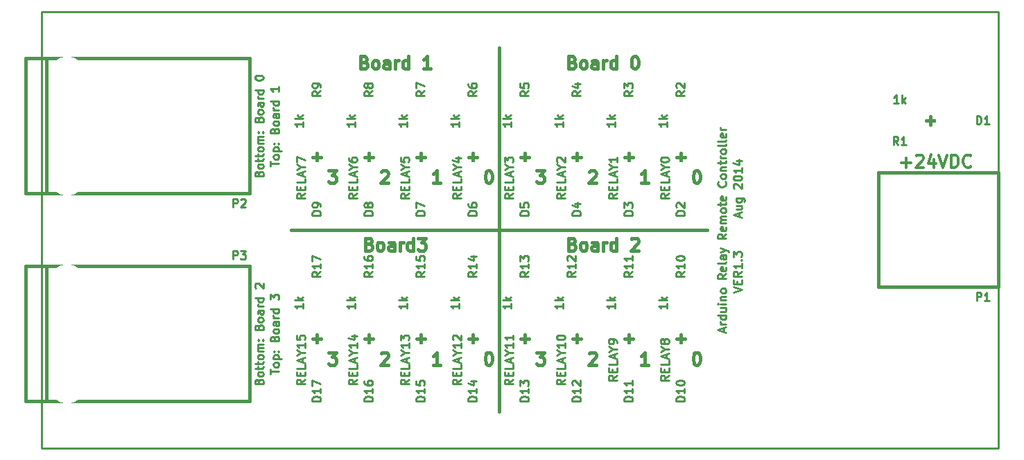
<source format=gto>
G04 (created by PCBNEW (2013-jul-07)-stable) date Wed 27 Aug 2014 01:35:07 PM EDT*
%MOIN*%
G04 Gerber Fmt 3.4, Leading zero omitted, Abs format*
%FSLAX34Y34*%
G01*
G70*
G90*
G04 APERTURE LIST*
%ADD10C,0.00590551*%
%ADD11C,0.015*%
%ADD12C,0.01*%
%ADD13C,0.009*%
%ADD14C,0.005*%
%ADD15C,0.012*%
%ADD16C,0.175*%
%ADD17O,0.08X0.12*%
%ADD18C,0.08*%
%ADD19C,0.096*%
%ADD20C,0.16*%
%ADD21C,0.18*%
%ADD22R,0.07X0.12*%
%ADD23R,0.067X0.067*%
%ADD24C,0.17*%
%ADD25R,0.12X0.07*%
G04 APERTURE END LIST*
G54D10*
G54D11*
X55500Y-41000D02*
X75500Y-41000D01*
G54D12*
X54511Y-47933D02*
X54511Y-47704D01*
X54911Y-47819D02*
X54511Y-47819D01*
X54911Y-47514D02*
X54892Y-47552D01*
X54873Y-47571D01*
X54835Y-47590D01*
X54721Y-47590D01*
X54683Y-47571D01*
X54664Y-47552D01*
X54645Y-47514D01*
X54645Y-47457D01*
X54664Y-47419D01*
X54683Y-47400D01*
X54721Y-47380D01*
X54835Y-47380D01*
X54873Y-47400D01*
X54892Y-47419D01*
X54911Y-47457D01*
X54911Y-47514D01*
X54645Y-47209D02*
X55045Y-47209D01*
X54664Y-47209D02*
X54645Y-47171D01*
X54645Y-47095D01*
X54664Y-47057D01*
X54683Y-47038D01*
X54721Y-47019D01*
X54835Y-47019D01*
X54873Y-47038D01*
X54892Y-47057D01*
X54911Y-47095D01*
X54911Y-47171D01*
X54892Y-47209D01*
X54873Y-46847D02*
X54892Y-46828D01*
X54911Y-46847D01*
X54892Y-46866D01*
X54873Y-46847D01*
X54911Y-46847D01*
X54664Y-46847D02*
X54683Y-46828D01*
X54702Y-46847D01*
X54683Y-46866D01*
X54664Y-46847D01*
X54702Y-46847D01*
X54702Y-46219D02*
X54721Y-46161D01*
X54740Y-46142D01*
X54778Y-46123D01*
X54835Y-46123D01*
X54873Y-46142D01*
X54892Y-46161D01*
X54911Y-46200D01*
X54911Y-46352D01*
X54511Y-46352D01*
X54511Y-46219D01*
X54530Y-46180D01*
X54550Y-46161D01*
X54588Y-46142D01*
X54626Y-46142D01*
X54664Y-46161D01*
X54683Y-46180D01*
X54702Y-46219D01*
X54702Y-46352D01*
X54911Y-45895D02*
X54892Y-45933D01*
X54873Y-45952D01*
X54835Y-45971D01*
X54721Y-45971D01*
X54683Y-45952D01*
X54664Y-45933D01*
X54645Y-45895D01*
X54645Y-45838D01*
X54664Y-45800D01*
X54683Y-45780D01*
X54721Y-45761D01*
X54835Y-45761D01*
X54873Y-45780D01*
X54892Y-45800D01*
X54911Y-45838D01*
X54911Y-45895D01*
X54911Y-45419D02*
X54702Y-45419D01*
X54664Y-45438D01*
X54645Y-45476D01*
X54645Y-45552D01*
X54664Y-45590D01*
X54892Y-45419D02*
X54911Y-45457D01*
X54911Y-45552D01*
X54892Y-45590D01*
X54854Y-45609D01*
X54816Y-45609D01*
X54778Y-45590D01*
X54759Y-45552D01*
X54759Y-45457D01*
X54740Y-45419D01*
X54911Y-45228D02*
X54645Y-45228D01*
X54721Y-45228D02*
X54683Y-45209D01*
X54664Y-45190D01*
X54645Y-45152D01*
X54645Y-45114D01*
X54911Y-44809D02*
X54511Y-44809D01*
X54892Y-44809D02*
X54911Y-44847D01*
X54911Y-44923D01*
X54892Y-44961D01*
X54873Y-44980D01*
X54835Y-45000D01*
X54721Y-45000D01*
X54683Y-44980D01*
X54664Y-44961D01*
X54645Y-44923D01*
X54645Y-44847D01*
X54664Y-44809D01*
X54511Y-44352D02*
X54511Y-44104D01*
X54664Y-44238D01*
X54664Y-44180D01*
X54683Y-44142D01*
X54702Y-44123D01*
X54740Y-44104D01*
X54835Y-44104D01*
X54873Y-44123D01*
X54892Y-44142D01*
X54911Y-44180D01*
X54911Y-44295D01*
X54892Y-44333D01*
X54873Y-44352D01*
X53952Y-48285D02*
X53971Y-48228D01*
X53990Y-48209D01*
X54028Y-48190D01*
X54085Y-48190D01*
X54123Y-48209D01*
X54142Y-48228D01*
X54161Y-48266D01*
X54161Y-48419D01*
X53761Y-48419D01*
X53761Y-48285D01*
X53780Y-48247D01*
X53800Y-48228D01*
X53838Y-48209D01*
X53876Y-48209D01*
X53914Y-48228D01*
X53933Y-48247D01*
X53952Y-48285D01*
X53952Y-48419D01*
X54161Y-47961D02*
X54142Y-47999D01*
X54123Y-48019D01*
X54085Y-48038D01*
X53971Y-48038D01*
X53933Y-48019D01*
X53914Y-47999D01*
X53895Y-47961D01*
X53895Y-47904D01*
X53914Y-47866D01*
X53933Y-47847D01*
X53971Y-47828D01*
X54085Y-47828D01*
X54123Y-47847D01*
X54142Y-47866D01*
X54161Y-47904D01*
X54161Y-47961D01*
X53895Y-47714D02*
X53895Y-47561D01*
X53761Y-47657D02*
X54104Y-47657D01*
X54142Y-47638D01*
X54161Y-47599D01*
X54161Y-47561D01*
X53895Y-47485D02*
X53895Y-47333D01*
X53761Y-47428D02*
X54104Y-47428D01*
X54142Y-47409D01*
X54161Y-47371D01*
X54161Y-47333D01*
X54161Y-47142D02*
X54142Y-47180D01*
X54123Y-47200D01*
X54085Y-47219D01*
X53971Y-47219D01*
X53933Y-47200D01*
X53914Y-47180D01*
X53895Y-47142D01*
X53895Y-47085D01*
X53914Y-47047D01*
X53933Y-47028D01*
X53971Y-47009D01*
X54085Y-47009D01*
X54123Y-47028D01*
X54142Y-47047D01*
X54161Y-47085D01*
X54161Y-47142D01*
X54161Y-46838D02*
X53895Y-46838D01*
X53933Y-46838D02*
X53914Y-46819D01*
X53895Y-46780D01*
X53895Y-46723D01*
X53914Y-46685D01*
X53952Y-46666D01*
X54161Y-46666D01*
X53952Y-46666D02*
X53914Y-46647D01*
X53895Y-46609D01*
X53895Y-46552D01*
X53914Y-46514D01*
X53952Y-46495D01*
X54161Y-46495D01*
X54123Y-46304D02*
X54142Y-46285D01*
X54161Y-46304D01*
X54142Y-46323D01*
X54123Y-46304D01*
X54161Y-46304D01*
X53914Y-46304D02*
X53933Y-46285D01*
X53952Y-46304D01*
X53933Y-46323D01*
X53914Y-46304D01*
X53952Y-46304D01*
X53952Y-45676D02*
X53971Y-45619D01*
X53990Y-45600D01*
X54028Y-45580D01*
X54085Y-45580D01*
X54123Y-45600D01*
X54142Y-45619D01*
X54161Y-45657D01*
X54161Y-45809D01*
X53761Y-45809D01*
X53761Y-45676D01*
X53780Y-45638D01*
X53800Y-45619D01*
X53838Y-45600D01*
X53876Y-45600D01*
X53914Y-45619D01*
X53933Y-45638D01*
X53952Y-45676D01*
X53952Y-45809D01*
X54161Y-45352D02*
X54142Y-45390D01*
X54123Y-45409D01*
X54085Y-45428D01*
X53971Y-45428D01*
X53933Y-45409D01*
X53914Y-45390D01*
X53895Y-45352D01*
X53895Y-45295D01*
X53914Y-45257D01*
X53933Y-45238D01*
X53971Y-45219D01*
X54085Y-45219D01*
X54123Y-45238D01*
X54142Y-45257D01*
X54161Y-45295D01*
X54161Y-45352D01*
X54161Y-44876D02*
X53952Y-44876D01*
X53914Y-44895D01*
X53895Y-44933D01*
X53895Y-45009D01*
X53914Y-45047D01*
X54142Y-44876D02*
X54161Y-44914D01*
X54161Y-45009D01*
X54142Y-45047D01*
X54104Y-45066D01*
X54066Y-45066D01*
X54028Y-45047D01*
X54009Y-45009D01*
X54009Y-44914D01*
X53990Y-44876D01*
X54161Y-44685D02*
X53895Y-44685D01*
X53971Y-44685D02*
X53933Y-44666D01*
X53914Y-44647D01*
X53895Y-44609D01*
X53895Y-44571D01*
X54161Y-44266D02*
X53761Y-44266D01*
X54142Y-44266D02*
X54161Y-44304D01*
X54161Y-44380D01*
X54142Y-44419D01*
X54123Y-44438D01*
X54085Y-44457D01*
X53971Y-44457D01*
X53933Y-44438D01*
X53914Y-44419D01*
X53895Y-44380D01*
X53895Y-44304D01*
X53914Y-44266D01*
X53800Y-43790D02*
X53780Y-43771D01*
X53761Y-43733D01*
X53761Y-43638D01*
X53780Y-43600D01*
X53800Y-43580D01*
X53838Y-43561D01*
X53876Y-43561D01*
X53933Y-43580D01*
X54161Y-43809D01*
X54161Y-43561D01*
X54511Y-37933D02*
X54511Y-37704D01*
X54911Y-37819D02*
X54511Y-37819D01*
X54911Y-37514D02*
X54892Y-37552D01*
X54873Y-37571D01*
X54835Y-37590D01*
X54721Y-37590D01*
X54683Y-37571D01*
X54664Y-37552D01*
X54645Y-37514D01*
X54645Y-37457D01*
X54664Y-37419D01*
X54683Y-37400D01*
X54721Y-37380D01*
X54835Y-37380D01*
X54873Y-37400D01*
X54892Y-37419D01*
X54911Y-37457D01*
X54911Y-37514D01*
X54645Y-37209D02*
X55045Y-37209D01*
X54664Y-37209D02*
X54645Y-37171D01*
X54645Y-37095D01*
X54664Y-37057D01*
X54683Y-37038D01*
X54721Y-37019D01*
X54835Y-37019D01*
X54873Y-37038D01*
X54892Y-37057D01*
X54911Y-37095D01*
X54911Y-37171D01*
X54892Y-37209D01*
X54873Y-36847D02*
X54892Y-36828D01*
X54911Y-36847D01*
X54892Y-36866D01*
X54873Y-36847D01*
X54911Y-36847D01*
X54664Y-36847D02*
X54683Y-36828D01*
X54702Y-36847D01*
X54683Y-36866D01*
X54664Y-36847D01*
X54702Y-36847D01*
X54702Y-36219D02*
X54721Y-36161D01*
X54740Y-36142D01*
X54778Y-36123D01*
X54835Y-36123D01*
X54873Y-36142D01*
X54892Y-36161D01*
X54911Y-36200D01*
X54911Y-36352D01*
X54511Y-36352D01*
X54511Y-36219D01*
X54530Y-36180D01*
X54550Y-36161D01*
X54588Y-36142D01*
X54626Y-36142D01*
X54664Y-36161D01*
X54683Y-36180D01*
X54702Y-36219D01*
X54702Y-36352D01*
X54911Y-35895D02*
X54892Y-35933D01*
X54873Y-35952D01*
X54835Y-35971D01*
X54721Y-35971D01*
X54683Y-35952D01*
X54664Y-35933D01*
X54645Y-35895D01*
X54645Y-35838D01*
X54664Y-35800D01*
X54683Y-35780D01*
X54721Y-35761D01*
X54835Y-35761D01*
X54873Y-35780D01*
X54892Y-35800D01*
X54911Y-35838D01*
X54911Y-35895D01*
X54911Y-35419D02*
X54702Y-35419D01*
X54664Y-35438D01*
X54645Y-35476D01*
X54645Y-35552D01*
X54664Y-35590D01*
X54892Y-35419D02*
X54911Y-35457D01*
X54911Y-35552D01*
X54892Y-35590D01*
X54854Y-35609D01*
X54816Y-35609D01*
X54778Y-35590D01*
X54759Y-35552D01*
X54759Y-35457D01*
X54740Y-35419D01*
X54911Y-35228D02*
X54645Y-35228D01*
X54721Y-35228D02*
X54683Y-35209D01*
X54664Y-35190D01*
X54645Y-35152D01*
X54645Y-35114D01*
X54911Y-34809D02*
X54511Y-34809D01*
X54892Y-34809D02*
X54911Y-34847D01*
X54911Y-34923D01*
X54892Y-34961D01*
X54873Y-34980D01*
X54835Y-35000D01*
X54721Y-35000D01*
X54683Y-34980D01*
X54664Y-34961D01*
X54645Y-34923D01*
X54645Y-34847D01*
X54664Y-34809D01*
X54911Y-34104D02*
X54911Y-34333D01*
X54911Y-34219D02*
X54511Y-34219D01*
X54569Y-34257D01*
X54607Y-34295D01*
X54626Y-34333D01*
X53952Y-38285D02*
X53971Y-38228D01*
X53990Y-38209D01*
X54028Y-38190D01*
X54085Y-38190D01*
X54123Y-38209D01*
X54142Y-38228D01*
X54161Y-38266D01*
X54161Y-38419D01*
X53761Y-38419D01*
X53761Y-38285D01*
X53780Y-38247D01*
X53800Y-38228D01*
X53838Y-38209D01*
X53876Y-38209D01*
X53914Y-38228D01*
X53933Y-38247D01*
X53952Y-38285D01*
X53952Y-38419D01*
X54161Y-37961D02*
X54142Y-37999D01*
X54123Y-38019D01*
X54085Y-38038D01*
X53971Y-38038D01*
X53933Y-38019D01*
X53914Y-37999D01*
X53895Y-37961D01*
X53895Y-37904D01*
X53914Y-37866D01*
X53933Y-37847D01*
X53971Y-37828D01*
X54085Y-37828D01*
X54123Y-37847D01*
X54142Y-37866D01*
X54161Y-37904D01*
X54161Y-37961D01*
X53895Y-37714D02*
X53895Y-37561D01*
X53761Y-37657D02*
X54104Y-37657D01*
X54142Y-37638D01*
X54161Y-37599D01*
X54161Y-37561D01*
X53895Y-37485D02*
X53895Y-37333D01*
X53761Y-37428D02*
X54104Y-37428D01*
X54142Y-37409D01*
X54161Y-37371D01*
X54161Y-37333D01*
X54161Y-37142D02*
X54142Y-37180D01*
X54123Y-37200D01*
X54085Y-37219D01*
X53971Y-37219D01*
X53933Y-37200D01*
X53914Y-37180D01*
X53895Y-37142D01*
X53895Y-37085D01*
X53914Y-37047D01*
X53933Y-37028D01*
X53971Y-37009D01*
X54085Y-37009D01*
X54123Y-37028D01*
X54142Y-37047D01*
X54161Y-37085D01*
X54161Y-37142D01*
X54161Y-36838D02*
X53895Y-36838D01*
X53933Y-36838D02*
X53914Y-36819D01*
X53895Y-36780D01*
X53895Y-36723D01*
X53914Y-36685D01*
X53952Y-36666D01*
X54161Y-36666D01*
X53952Y-36666D02*
X53914Y-36647D01*
X53895Y-36609D01*
X53895Y-36552D01*
X53914Y-36514D01*
X53952Y-36495D01*
X54161Y-36495D01*
X54123Y-36304D02*
X54142Y-36285D01*
X54161Y-36304D01*
X54142Y-36323D01*
X54123Y-36304D01*
X54161Y-36304D01*
X53914Y-36304D02*
X53933Y-36285D01*
X53952Y-36304D01*
X53933Y-36323D01*
X53914Y-36304D01*
X53952Y-36304D01*
X53952Y-35676D02*
X53971Y-35619D01*
X53990Y-35600D01*
X54028Y-35580D01*
X54085Y-35580D01*
X54123Y-35600D01*
X54142Y-35619D01*
X54161Y-35657D01*
X54161Y-35809D01*
X53761Y-35809D01*
X53761Y-35676D01*
X53780Y-35638D01*
X53800Y-35619D01*
X53838Y-35600D01*
X53876Y-35600D01*
X53914Y-35619D01*
X53933Y-35638D01*
X53952Y-35676D01*
X53952Y-35809D01*
X54161Y-35352D02*
X54142Y-35390D01*
X54123Y-35409D01*
X54085Y-35428D01*
X53971Y-35428D01*
X53933Y-35409D01*
X53914Y-35390D01*
X53895Y-35352D01*
X53895Y-35295D01*
X53914Y-35257D01*
X53933Y-35238D01*
X53971Y-35219D01*
X54085Y-35219D01*
X54123Y-35238D01*
X54142Y-35257D01*
X54161Y-35295D01*
X54161Y-35352D01*
X54161Y-34876D02*
X53952Y-34876D01*
X53914Y-34895D01*
X53895Y-34933D01*
X53895Y-35009D01*
X53914Y-35047D01*
X54142Y-34876D02*
X54161Y-34914D01*
X54161Y-35009D01*
X54142Y-35047D01*
X54104Y-35066D01*
X54066Y-35066D01*
X54028Y-35047D01*
X54009Y-35009D01*
X54009Y-34914D01*
X53990Y-34876D01*
X54161Y-34685D02*
X53895Y-34685D01*
X53971Y-34685D02*
X53933Y-34666D01*
X53914Y-34647D01*
X53895Y-34609D01*
X53895Y-34571D01*
X54161Y-34266D02*
X53761Y-34266D01*
X54142Y-34266D02*
X54161Y-34304D01*
X54161Y-34380D01*
X54142Y-34419D01*
X54123Y-34438D01*
X54085Y-34457D01*
X53971Y-34457D01*
X53933Y-34438D01*
X53914Y-34419D01*
X53895Y-34380D01*
X53895Y-34304D01*
X53914Y-34266D01*
X53761Y-33695D02*
X53761Y-33657D01*
X53780Y-33619D01*
X53800Y-33600D01*
X53838Y-33580D01*
X53914Y-33561D01*
X54009Y-33561D01*
X54085Y-33580D01*
X54123Y-33600D01*
X54142Y-33619D01*
X54161Y-33657D01*
X54161Y-33695D01*
X54142Y-33733D01*
X54123Y-33752D01*
X54085Y-33771D01*
X54009Y-33790D01*
X53914Y-33790D01*
X53838Y-33771D01*
X53800Y-33752D01*
X53780Y-33733D01*
X53761Y-33695D01*
G54D11*
X57300Y-46892D02*
X57671Y-46892D01*
X57471Y-47121D01*
X57557Y-47121D01*
X57614Y-47150D01*
X57642Y-47178D01*
X57671Y-47235D01*
X57671Y-47378D01*
X57642Y-47435D01*
X57614Y-47464D01*
X57557Y-47492D01*
X57385Y-47492D01*
X57328Y-47464D01*
X57300Y-47435D01*
X57300Y-38142D02*
X57671Y-38142D01*
X57471Y-38371D01*
X57557Y-38371D01*
X57614Y-38400D01*
X57642Y-38428D01*
X57671Y-38485D01*
X57671Y-38628D01*
X57642Y-38685D01*
X57614Y-38714D01*
X57557Y-38742D01*
X57385Y-38742D01*
X57328Y-38714D01*
X57300Y-38685D01*
X67300Y-46892D02*
X67671Y-46892D01*
X67471Y-47121D01*
X67557Y-47121D01*
X67614Y-47150D01*
X67642Y-47178D01*
X67671Y-47235D01*
X67671Y-47378D01*
X67642Y-47435D01*
X67614Y-47464D01*
X67557Y-47492D01*
X67385Y-47492D01*
X67328Y-47464D01*
X67300Y-47435D01*
X59828Y-46950D02*
X59857Y-46921D01*
X59914Y-46892D01*
X60057Y-46892D01*
X60114Y-46921D01*
X60142Y-46950D01*
X60171Y-47007D01*
X60171Y-47064D01*
X60142Y-47150D01*
X59800Y-47492D01*
X60171Y-47492D01*
X59828Y-38200D02*
X59857Y-38171D01*
X59914Y-38142D01*
X60057Y-38142D01*
X60114Y-38171D01*
X60142Y-38200D01*
X60171Y-38257D01*
X60171Y-38314D01*
X60142Y-38400D01*
X59800Y-38742D01*
X60171Y-38742D01*
X69828Y-46950D02*
X69857Y-46921D01*
X69914Y-46892D01*
X70057Y-46892D01*
X70114Y-46921D01*
X70142Y-46950D01*
X70171Y-47007D01*
X70171Y-47064D01*
X70142Y-47150D01*
X69800Y-47492D01*
X70171Y-47492D01*
X62671Y-47492D02*
X62328Y-47492D01*
X62500Y-47492D02*
X62500Y-46892D01*
X62442Y-46978D01*
X62385Y-47035D01*
X62328Y-47064D01*
X62671Y-38742D02*
X62328Y-38742D01*
X62500Y-38742D02*
X62500Y-38142D01*
X62442Y-38228D01*
X62385Y-38285D01*
X62328Y-38314D01*
X72671Y-47492D02*
X72328Y-47492D01*
X72500Y-47492D02*
X72500Y-46892D01*
X72442Y-46978D01*
X72385Y-47035D01*
X72328Y-47064D01*
X64971Y-46892D02*
X65028Y-46892D01*
X65085Y-46921D01*
X65114Y-46950D01*
X65142Y-47007D01*
X65171Y-47121D01*
X65171Y-47264D01*
X65142Y-47378D01*
X65114Y-47435D01*
X65085Y-47464D01*
X65028Y-47492D01*
X64971Y-47492D01*
X64914Y-47464D01*
X64885Y-47435D01*
X64857Y-47378D01*
X64828Y-47264D01*
X64828Y-47121D01*
X64857Y-47007D01*
X64885Y-46950D01*
X64914Y-46921D01*
X64971Y-46892D01*
X64971Y-38142D02*
X65028Y-38142D01*
X65085Y-38171D01*
X65114Y-38200D01*
X65142Y-38257D01*
X65171Y-38371D01*
X65171Y-38514D01*
X65142Y-38628D01*
X65114Y-38685D01*
X65085Y-38714D01*
X65028Y-38742D01*
X64971Y-38742D01*
X64914Y-38714D01*
X64885Y-38685D01*
X64857Y-38628D01*
X64828Y-38514D01*
X64828Y-38371D01*
X64857Y-38257D01*
X64885Y-38200D01*
X64914Y-38171D01*
X64971Y-38142D01*
X74971Y-46892D02*
X75028Y-46892D01*
X75085Y-46921D01*
X75114Y-46950D01*
X75142Y-47007D01*
X75171Y-47121D01*
X75171Y-47264D01*
X75142Y-47378D01*
X75114Y-47435D01*
X75085Y-47464D01*
X75028Y-47492D01*
X74971Y-47492D01*
X74914Y-47464D01*
X74885Y-47435D01*
X74857Y-47378D01*
X74828Y-47264D01*
X74828Y-47121D01*
X74857Y-47007D01*
X74885Y-46950D01*
X74914Y-46921D01*
X74971Y-46892D01*
X67300Y-38142D02*
X67671Y-38142D01*
X67471Y-38371D01*
X67557Y-38371D01*
X67614Y-38400D01*
X67642Y-38428D01*
X67671Y-38485D01*
X67671Y-38628D01*
X67642Y-38685D01*
X67614Y-38714D01*
X67557Y-38742D01*
X67385Y-38742D01*
X67328Y-38714D01*
X67300Y-38685D01*
X69828Y-38200D02*
X69857Y-38171D01*
X69914Y-38142D01*
X70057Y-38142D01*
X70114Y-38171D01*
X70142Y-38200D01*
X70171Y-38257D01*
X70171Y-38314D01*
X70142Y-38400D01*
X69800Y-38742D01*
X70171Y-38742D01*
X72671Y-38742D02*
X72328Y-38742D01*
X72500Y-38742D02*
X72500Y-38142D01*
X72442Y-38228D01*
X72385Y-38285D01*
X72328Y-38314D01*
X74971Y-38142D02*
X75028Y-38142D01*
X75085Y-38171D01*
X75114Y-38200D01*
X75142Y-38257D01*
X75171Y-38371D01*
X75171Y-38514D01*
X75142Y-38628D01*
X75114Y-38685D01*
X75085Y-38714D01*
X75028Y-38742D01*
X74971Y-38742D01*
X74914Y-38714D01*
X74885Y-38685D01*
X74857Y-38628D01*
X74828Y-38514D01*
X74828Y-38371D01*
X74857Y-38257D01*
X74885Y-38200D01*
X74914Y-38171D01*
X74971Y-38142D01*
X59257Y-41678D02*
X59342Y-41707D01*
X59371Y-41735D01*
X59400Y-41792D01*
X59400Y-41878D01*
X59371Y-41935D01*
X59342Y-41964D01*
X59285Y-41992D01*
X59057Y-41992D01*
X59057Y-41392D01*
X59257Y-41392D01*
X59314Y-41421D01*
X59342Y-41450D01*
X59371Y-41507D01*
X59371Y-41564D01*
X59342Y-41621D01*
X59314Y-41650D01*
X59257Y-41678D01*
X59057Y-41678D01*
X59742Y-41992D02*
X59685Y-41964D01*
X59657Y-41935D01*
X59628Y-41878D01*
X59628Y-41707D01*
X59657Y-41650D01*
X59685Y-41621D01*
X59742Y-41592D01*
X59828Y-41592D01*
X59885Y-41621D01*
X59914Y-41650D01*
X59942Y-41707D01*
X59942Y-41878D01*
X59914Y-41935D01*
X59885Y-41964D01*
X59828Y-41992D01*
X59742Y-41992D01*
X60457Y-41992D02*
X60457Y-41678D01*
X60428Y-41621D01*
X60371Y-41592D01*
X60257Y-41592D01*
X60200Y-41621D01*
X60457Y-41964D02*
X60400Y-41992D01*
X60257Y-41992D01*
X60200Y-41964D01*
X60171Y-41907D01*
X60171Y-41850D01*
X60200Y-41792D01*
X60257Y-41764D01*
X60400Y-41764D01*
X60457Y-41735D01*
X60742Y-41992D02*
X60742Y-41592D01*
X60742Y-41707D02*
X60771Y-41650D01*
X60800Y-41621D01*
X60857Y-41592D01*
X60914Y-41592D01*
X61371Y-41992D02*
X61371Y-41392D01*
X61371Y-41964D02*
X61314Y-41992D01*
X61200Y-41992D01*
X61142Y-41964D01*
X61114Y-41935D01*
X61085Y-41878D01*
X61085Y-41707D01*
X61114Y-41650D01*
X61142Y-41621D01*
X61200Y-41592D01*
X61314Y-41592D01*
X61371Y-41621D01*
X61600Y-41392D02*
X61971Y-41392D01*
X61771Y-41621D01*
X61857Y-41621D01*
X61914Y-41650D01*
X61942Y-41678D01*
X61971Y-41735D01*
X61971Y-41878D01*
X61942Y-41935D01*
X61914Y-41964D01*
X61857Y-41992D01*
X61685Y-41992D01*
X61628Y-41964D01*
X61600Y-41935D01*
X69028Y-41678D02*
X69114Y-41707D01*
X69142Y-41735D01*
X69171Y-41792D01*
X69171Y-41878D01*
X69142Y-41935D01*
X69114Y-41964D01*
X69057Y-41992D01*
X68828Y-41992D01*
X68828Y-41392D01*
X69028Y-41392D01*
X69085Y-41421D01*
X69114Y-41450D01*
X69142Y-41507D01*
X69142Y-41564D01*
X69114Y-41621D01*
X69085Y-41650D01*
X69028Y-41678D01*
X68828Y-41678D01*
X69514Y-41992D02*
X69457Y-41964D01*
X69428Y-41935D01*
X69400Y-41878D01*
X69400Y-41707D01*
X69428Y-41650D01*
X69457Y-41621D01*
X69514Y-41592D01*
X69600Y-41592D01*
X69657Y-41621D01*
X69685Y-41650D01*
X69714Y-41707D01*
X69714Y-41878D01*
X69685Y-41935D01*
X69657Y-41964D01*
X69600Y-41992D01*
X69514Y-41992D01*
X70228Y-41992D02*
X70228Y-41678D01*
X70200Y-41621D01*
X70142Y-41592D01*
X70028Y-41592D01*
X69971Y-41621D01*
X70228Y-41964D02*
X70171Y-41992D01*
X70028Y-41992D01*
X69971Y-41964D01*
X69942Y-41907D01*
X69942Y-41850D01*
X69971Y-41792D01*
X70028Y-41764D01*
X70171Y-41764D01*
X70228Y-41735D01*
X70514Y-41992D02*
X70514Y-41592D01*
X70514Y-41707D02*
X70542Y-41650D01*
X70571Y-41621D01*
X70628Y-41592D01*
X70685Y-41592D01*
X71142Y-41992D02*
X71142Y-41392D01*
X71142Y-41964D02*
X71085Y-41992D01*
X70971Y-41992D01*
X70914Y-41964D01*
X70885Y-41935D01*
X70857Y-41878D01*
X70857Y-41707D01*
X70885Y-41650D01*
X70914Y-41621D01*
X70971Y-41592D01*
X71085Y-41592D01*
X71142Y-41621D01*
X71857Y-41450D02*
X71885Y-41421D01*
X71942Y-41392D01*
X72085Y-41392D01*
X72142Y-41421D01*
X72171Y-41450D01*
X72200Y-41507D01*
X72200Y-41564D01*
X72171Y-41650D01*
X71828Y-41992D01*
X72200Y-41992D01*
X59028Y-32928D02*
X59114Y-32957D01*
X59142Y-32985D01*
X59171Y-33042D01*
X59171Y-33128D01*
X59142Y-33185D01*
X59114Y-33214D01*
X59057Y-33242D01*
X58828Y-33242D01*
X58828Y-32642D01*
X59028Y-32642D01*
X59085Y-32671D01*
X59114Y-32700D01*
X59142Y-32757D01*
X59142Y-32814D01*
X59114Y-32871D01*
X59085Y-32900D01*
X59028Y-32928D01*
X58828Y-32928D01*
X59514Y-33242D02*
X59457Y-33214D01*
X59428Y-33185D01*
X59400Y-33128D01*
X59400Y-32957D01*
X59428Y-32900D01*
X59457Y-32871D01*
X59514Y-32842D01*
X59600Y-32842D01*
X59657Y-32871D01*
X59685Y-32900D01*
X59714Y-32957D01*
X59714Y-33128D01*
X59685Y-33185D01*
X59657Y-33214D01*
X59600Y-33242D01*
X59514Y-33242D01*
X60228Y-33242D02*
X60228Y-32928D01*
X60200Y-32871D01*
X60142Y-32842D01*
X60028Y-32842D01*
X59971Y-32871D01*
X60228Y-33214D02*
X60171Y-33242D01*
X60028Y-33242D01*
X59971Y-33214D01*
X59942Y-33157D01*
X59942Y-33100D01*
X59971Y-33042D01*
X60028Y-33014D01*
X60171Y-33014D01*
X60228Y-32985D01*
X60514Y-33242D02*
X60514Y-32842D01*
X60514Y-32957D02*
X60542Y-32900D01*
X60571Y-32871D01*
X60628Y-32842D01*
X60685Y-32842D01*
X61142Y-33242D02*
X61142Y-32642D01*
X61142Y-33214D02*
X61085Y-33242D01*
X60971Y-33242D01*
X60914Y-33214D01*
X60885Y-33185D01*
X60857Y-33128D01*
X60857Y-32957D01*
X60885Y-32900D01*
X60914Y-32871D01*
X60971Y-32842D01*
X61085Y-32842D01*
X61142Y-32871D01*
X62200Y-33242D02*
X61857Y-33242D01*
X62028Y-33242D02*
X62028Y-32642D01*
X61971Y-32728D01*
X61914Y-32785D01*
X61857Y-32814D01*
X69028Y-32928D02*
X69114Y-32957D01*
X69142Y-32985D01*
X69171Y-33042D01*
X69171Y-33128D01*
X69142Y-33185D01*
X69114Y-33214D01*
X69057Y-33242D01*
X68828Y-33242D01*
X68828Y-32642D01*
X69028Y-32642D01*
X69085Y-32671D01*
X69114Y-32700D01*
X69142Y-32757D01*
X69142Y-32814D01*
X69114Y-32871D01*
X69085Y-32900D01*
X69028Y-32928D01*
X68828Y-32928D01*
X69514Y-33242D02*
X69457Y-33214D01*
X69428Y-33185D01*
X69400Y-33128D01*
X69400Y-32957D01*
X69428Y-32900D01*
X69457Y-32871D01*
X69514Y-32842D01*
X69600Y-32842D01*
X69657Y-32871D01*
X69685Y-32900D01*
X69714Y-32957D01*
X69714Y-33128D01*
X69685Y-33185D01*
X69657Y-33214D01*
X69600Y-33242D01*
X69514Y-33242D01*
X70228Y-33242D02*
X70228Y-32928D01*
X70200Y-32871D01*
X70142Y-32842D01*
X70028Y-32842D01*
X69971Y-32871D01*
X70228Y-33214D02*
X70171Y-33242D01*
X70028Y-33242D01*
X69971Y-33214D01*
X69942Y-33157D01*
X69942Y-33100D01*
X69971Y-33042D01*
X70028Y-33014D01*
X70171Y-33014D01*
X70228Y-32985D01*
X70514Y-33242D02*
X70514Y-32842D01*
X70514Y-32957D02*
X70542Y-32900D01*
X70571Y-32871D01*
X70628Y-32842D01*
X70685Y-32842D01*
X71142Y-33242D02*
X71142Y-32642D01*
X71142Y-33214D02*
X71085Y-33242D01*
X70971Y-33242D01*
X70914Y-33214D01*
X70885Y-33185D01*
X70857Y-33128D01*
X70857Y-32957D01*
X70885Y-32900D01*
X70914Y-32871D01*
X70971Y-32842D01*
X71085Y-32842D01*
X71142Y-32871D01*
X72000Y-32642D02*
X72057Y-32642D01*
X72114Y-32671D01*
X72142Y-32700D01*
X72171Y-32757D01*
X72200Y-32871D01*
X72200Y-33014D01*
X72171Y-33128D01*
X72142Y-33185D01*
X72114Y-33214D01*
X72057Y-33242D01*
X72000Y-33242D01*
X71942Y-33214D01*
X71914Y-33185D01*
X71885Y-33128D01*
X71857Y-33014D01*
X71857Y-32871D01*
X71885Y-32757D01*
X71914Y-32700D01*
X71942Y-32671D01*
X72000Y-32642D01*
X65500Y-32250D02*
X65500Y-49750D01*
G54D13*
X89500Y-51500D02*
X43500Y-51500D01*
X43500Y-30500D02*
X89500Y-30500D01*
X43500Y-30500D02*
X43500Y-51500D01*
G54D12*
X76297Y-45895D02*
X76297Y-45704D01*
X76411Y-45933D02*
X76011Y-45799D01*
X76411Y-45666D01*
X76411Y-45533D02*
X76145Y-45533D01*
X76221Y-45533D02*
X76183Y-45514D01*
X76164Y-45495D01*
X76145Y-45457D01*
X76145Y-45419D01*
X76411Y-45114D02*
X76011Y-45114D01*
X76392Y-45114D02*
X76411Y-45152D01*
X76411Y-45228D01*
X76392Y-45266D01*
X76373Y-45285D01*
X76335Y-45304D01*
X76221Y-45304D01*
X76183Y-45285D01*
X76164Y-45266D01*
X76145Y-45228D01*
X76145Y-45152D01*
X76164Y-45114D01*
X76145Y-44752D02*
X76411Y-44752D01*
X76145Y-44923D02*
X76354Y-44923D01*
X76392Y-44904D01*
X76411Y-44866D01*
X76411Y-44809D01*
X76392Y-44771D01*
X76373Y-44752D01*
X76411Y-44561D02*
X76145Y-44561D01*
X76011Y-44561D02*
X76030Y-44580D01*
X76050Y-44561D01*
X76030Y-44542D01*
X76011Y-44561D01*
X76050Y-44561D01*
X76145Y-44371D02*
X76411Y-44371D01*
X76183Y-44371D02*
X76164Y-44352D01*
X76145Y-44314D01*
X76145Y-44257D01*
X76164Y-44219D01*
X76202Y-44199D01*
X76411Y-44199D01*
X76411Y-43952D02*
X76392Y-43990D01*
X76373Y-44009D01*
X76335Y-44028D01*
X76221Y-44028D01*
X76183Y-44009D01*
X76164Y-43990D01*
X76145Y-43952D01*
X76145Y-43895D01*
X76164Y-43857D01*
X76183Y-43838D01*
X76221Y-43819D01*
X76335Y-43819D01*
X76373Y-43838D01*
X76392Y-43857D01*
X76411Y-43895D01*
X76411Y-43952D01*
X76411Y-43114D02*
X76221Y-43247D01*
X76411Y-43342D02*
X76011Y-43342D01*
X76011Y-43190D01*
X76030Y-43152D01*
X76050Y-43133D01*
X76088Y-43114D01*
X76145Y-43114D01*
X76183Y-43133D01*
X76202Y-43152D01*
X76221Y-43190D01*
X76221Y-43342D01*
X76392Y-42790D02*
X76411Y-42828D01*
X76411Y-42904D01*
X76392Y-42942D01*
X76354Y-42961D01*
X76202Y-42961D01*
X76164Y-42942D01*
X76145Y-42904D01*
X76145Y-42828D01*
X76164Y-42790D01*
X76202Y-42771D01*
X76240Y-42771D01*
X76278Y-42961D01*
X76411Y-42542D02*
X76392Y-42580D01*
X76354Y-42599D01*
X76011Y-42599D01*
X76411Y-42219D02*
X76202Y-42219D01*
X76164Y-42238D01*
X76145Y-42276D01*
X76145Y-42352D01*
X76164Y-42390D01*
X76392Y-42219D02*
X76411Y-42257D01*
X76411Y-42352D01*
X76392Y-42390D01*
X76354Y-42409D01*
X76316Y-42409D01*
X76278Y-42390D01*
X76259Y-42352D01*
X76259Y-42257D01*
X76240Y-42219D01*
X76145Y-42066D02*
X76411Y-41971D01*
X76145Y-41876D02*
X76411Y-41971D01*
X76507Y-42009D01*
X76526Y-42028D01*
X76545Y-42066D01*
X76411Y-41190D02*
X76221Y-41323D01*
X76411Y-41419D02*
X76011Y-41419D01*
X76011Y-41266D01*
X76030Y-41228D01*
X76050Y-41209D01*
X76088Y-41190D01*
X76145Y-41190D01*
X76183Y-41209D01*
X76202Y-41228D01*
X76221Y-41266D01*
X76221Y-41419D01*
X76392Y-40866D02*
X76411Y-40904D01*
X76411Y-40980D01*
X76392Y-41019D01*
X76354Y-41038D01*
X76202Y-41038D01*
X76164Y-41019D01*
X76145Y-40980D01*
X76145Y-40904D01*
X76164Y-40866D01*
X76202Y-40847D01*
X76240Y-40847D01*
X76278Y-41038D01*
X76411Y-40676D02*
X76145Y-40676D01*
X76183Y-40676D02*
X76164Y-40657D01*
X76145Y-40619D01*
X76145Y-40561D01*
X76164Y-40523D01*
X76202Y-40504D01*
X76411Y-40504D01*
X76202Y-40504D02*
X76164Y-40485D01*
X76145Y-40447D01*
X76145Y-40390D01*
X76164Y-40352D01*
X76202Y-40333D01*
X76411Y-40333D01*
X76411Y-40085D02*
X76392Y-40123D01*
X76373Y-40142D01*
X76335Y-40161D01*
X76221Y-40161D01*
X76183Y-40142D01*
X76164Y-40123D01*
X76145Y-40085D01*
X76145Y-40028D01*
X76164Y-39990D01*
X76183Y-39971D01*
X76221Y-39952D01*
X76335Y-39952D01*
X76373Y-39971D01*
X76392Y-39990D01*
X76411Y-40028D01*
X76411Y-40085D01*
X76145Y-39838D02*
X76145Y-39685D01*
X76011Y-39780D02*
X76354Y-39780D01*
X76392Y-39761D01*
X76411Y-39723D01*
X76411Y-39685D01*
X76392Y-39400D02*
X76411Y-39438D01*
X76411Y-39514D01*
X76392Y-39552D01*
X76354Y-39571D01*
X76202Y-39571D01*
X76164Y-39552D01*
X76145Y-39514D01*
X76145Y-39438D01*
X76164Y-39400D01*
X76202Y-39380D01*
X76240Y-39380D01*
X76278Y-39571D01*
X76373Y-38676D02*
X76392Y-38695D01*
X76411Y-38752D01*
X76411Y-38790D01*
X76392Y-38847D01*
X76354Y-38885D01*
X76316Y-38904D01*
X76240Y-38923D01*
X76183Y-38923D01*
X76107Y-38904D01*
X76069Y-38885D01*
X76030Y-38847D01*
X76011Y-38790D01*
X76011Y-38752D01*
X76030Y-38695D01*
X76050Y-38676D01*
X76411Y-38447D02*
X76392Y-38485D01*
X76373Y-38504D01*
X76335Y-38523D01*
X76221Y-38523D01*
X76183Y-38504D01*
X76164Y-38485D01*
X76145Y-38447D01*
X76145Y-38390D01*
X76164Y-38352D01*
X76183Y-38333D01*
X76221Y-38314D01*
X76335Y-38314D01*
X76373Y-38333D01*
X76392Y-38352D01*
X76411Y-38390D01*
X76411Y-38447D01*
X76145Y-38142D02*
X76411Y-38142D01*
X76183Y-38142D02*
X76164Y-38123D01*
X76145Y-38085D01*
X76145Y-38028D01*
X76164Y-37990D01*
X76202Y-37971D01*
X76411Y-37971D01*
X76145Y-37838D02*
X76145Y-37685D01*
X76011Y-37780D02*
X76354Y-37780D01*
X76392Y-37761D01*
X76411Y-37723D01*
X76411Y-37685D01*
X76411Y-37552D02*
X76145Y-37552D01*
X76221Y-37552D02*
X76183Y-37533D01*
X76164Y-37514D01*
X76145Y-37476D01*
X76145Y-37438D01*
X76411Y-37247D02*
X76392Y-37285D01*
X76373Y-37304D01*
X76335Y-37323D01*
X76221Y-37323D01*
X76183Y-37304D01*
X76164Y-37285D01*
X76145Y-37247D01*
X76145Y-37190D01*
X76164Y-37152D01*
X76183Y-37133D01*
X76221Y-37114D01*
X76335Y-37114D01*
X76373Y-37133D01*
X76392Y-37152D01*
X76411Y-37190D01*
X76411Y-37247D01*
X76411Y-36885D02*
X76392Y-36923D01*
X76354Y-36942D01*
X76011Y-36942D01*
X76411Y-36676D02*
X76392Y-36714D01*
X76354Y-36733D01*
X76011Y-36733D01*
X76392Y-36371D02*
X76411Y-36409D01*
X76411Y-36485D01*
X76392Y-36523D01*
X76354Y-36542D01*
X76202Y-36542D01*
X76164Y-36523D01*
X76145Y-36485D01*
X76145Y-36409D01*
X76164Y-36371D01*
X76202Y-36352D01*
X76240Y-36352D01*
X76278Y-36542D01*
X76411Y-36180D02*
X76145Y-36180D01*
X76221Y-36180D02*
X76183Y-36161D01*
X76164Y-36142D01*
X76145Y-36104D01*
X76145Y-36066D01*
X77047Y-40371D02*
X77047Y-40180D01*
X77161Y-40409D02*
X76761Y-40276D01*
X77161Y-40142D01*
X76895Y-39838D02*
X77161Y-39838D01*
X76895Y-40009D02*
X77104Y-40009D01*
X77142Y-39990D01*
X77161Y-39952D01*
X77161Y-39895D01*
X77142Y-39857D01*
X77123Y-39838D01*
X76895Y-39476D02*
X77219Y-39476D01*
X77257Y-39495D01*
X77276Y-39514D01*
X77295Y-39552D01*
X77295Y-39609D01*
X77276Y-39647D01*
X77142Y-39476D02*
X77161Y-39514D01*
X77161Y-39590D01*
X77142Y-39628D01*
X77123Y-39647D01*
X77085Y-39666D01*
X76971Y-39666D01*
X76933Y-39647D01*
X76914Y-39628D01*
X76895Y-39590D01*
X76895Y-39514D01*
X76914Y-39476D01*
X76800Y-39000D02*
X76780Y-38980D01*
X76761Y-38942D01*
X76761Y-38847D01*
X76780Y-38809D01*
X76800Y-38790D01*
X76838Y-38771D01*
X76876Y-38771D01*
X76933Y-38790D01*
X77161Y-39019D01*
X77161Y-38771D01*
X76761Y-38523D02*
X76761Y-38485D01*
X76780Y-38447D01*
X76800Y-38428D01*
X76838Y-38409D01*
X76914Y-38390D01*
X77009Y-38390D01*
X77085Y-38409D01*
X77123Y-38428D01*
X77142Y-38447D01*
X77161Y-38485D01*
X77161Y-38523D01*
X77142Y-38561D01*
X77123Y-38580D01*
X77085Y-38600D01*
X77009Y-38619D01*
X76914Y-38619D01*
X76838Y-38600D01*
X76800Y-38580D01*
X76780Y-38561D01*
X76761Y-38523D01*
X77161Y-38009D02*
X77161Y-38238D01*
X77161Y-38123D02*
X76761Y-38123D01*
X76819Y-38161D01*
X76857Y-38200D01*
X76876Y-38238D01*
X76895Y-37666D02*
X77161Y-37666D01*
X76742Y-37761D02*
X77028Y-37857D01*
X77028Y-37609D01*
X76761Y-43990D02*
X77161Y-43857D01*
X76761Y-43723D01*
X76952Y-43590D02*
X76952Y-43457D01*
X77161Y-43400D02*
X77161Y-43590D01*
X76761Y-43590D01*
X76761Y-43400D01*
X77161Y-43000D02*
X76971Y-43133D01*
X77161Y-43228D02*
X76761Y-43228D01*
X76761Y-43076D01*
X76780Y-43038D01*
X76800Y-43019D01*
X76838Y-43000D01*
X76895Y-43000D01*
X76933Y-43019D01*
X76952Y-43038D01*
X76971Y-43076D01*
X76971Y-43228D01*
X77161Y-42619D02*
X77161Y-42847D01*
X77161Y-42733D02*
X76761Y-42733D01*
X76819Y-42771D01*
X76857Y-42809D01*
X76876Y-42847D01*
X77123Y-42447D02*
X77142Y-42428D01*
X77161Y-42447D01*
X77142Y-42466D01*
X77123Y-42447D01*
X77161Y-42447D01*
X76761Y-42295D02*
X76761Y-42047D01*
X76914Y-42180D01*
X76914Y-42123D01*
X76933Y-42085D01*
X76952Y-42066D01*
X76990Y-42047D01*
X77085Y-42047D01*
X77123Y-42066D01*
X77142Y-42085D01*
X77161Y-42123D01*
X77161Y-42238D01*
X77142Y-42276D01*
X77123Y-42295D01*
G54D13*
X89500Y-51500D02*
X89500Y-30500D01*
G54D11*
X89500Y-38250D02*
X89500Y-43750D01*
X89500Y-43750D02*
X83750Y-43750D01*
X83750Y-43750D02*
X83750Y-38250D01*
X83750Y-38250D02*
X89500Y-38250D01*
G54D14*
X84450Y-35200D02*
X83850Y-35200D01*
X83850Y-35200D02*
X83850Y-36300D01*
X83850Y-36300D02*
X84450Y-36300D01*
X85050Y-36300D02*
X85650Y-36300D01*
X85650Y-36300D02*
X85650Y-35200D01*
X85650Y-35200D02*
X85050Y-35200D01*
G54D11*
X56550Y-37500D02*
X56950Y-37500D01*
X56750Y-37700D02*
X56750Y-37300D01*
X56550Y-46250D02*
X56950Y-46250D01*
X56750Y-46450D02*
X56750Y-46050D01*
X59050Y-46250D02*
X59450Y-46250D01*
X59250Y-46450D02*
X59250Y-46050D01*
X61550Y-46250D02*
X61950Y-46250D01*
X61750Y-46450D02*
X61750Y-46050D01*
X64050Y-46250D02*
X64450Y-46250D01*
X64250Y-46450D02*
X64250Y-46050D01*
X66550Y-46250D02*
X66950Y-46250D01*
X66750Y-46450D02*
X66750Y-46050D01*
X69050Y-46250D02*
X69450Y-46250D01*
X69250Y-46450D02*
X69250Y-46050D01*
X71550Y-46250D02*
X71950Y-46250D01*
X71750Y-46450D02*
X71750Y-46050D01*
X74050Y-46250D02*
X74450Y-46250D01*
X74250Y-46450D02*
X74250Y-46050D01*
X61550Y-37500D02*
X61950Y-37500D01*
X61750Y-37700D02*
X61750Y-37300D01*
X64050Y-37500D02*
X64450Y-37500D01*
X64250Y-37700D02*
X64250Y-37300D01*
X66550Y-37500D02*
X66950Y-37500D01*
X66750Y-37700D02*
X66750Y-37300D01*
X69050Y-37500D02*
X69450Y-37500D01*
X69250Y-37700D02*
X69250Y-37300D01*
X59050Y-37500D02*
X59450Y-37500D01*
X59250Y-37700D02*
X59250Y-37300D01*
X74050Y-37500D02*
X74450Y-37500D01*
X74250Y-37700D02*
X74250Y-37300D01*
X86250Y-35950D02*
X86250Y-35550D01*
X86450Y-35750D02*
X86050Y-35750D01*
X71550Y-37500D02*
X71950Y-37500D01*
X71750Y-37700D02*
X71750Y-37300D01*
X43750Y-42750D02*
X43750Y-49250D01*
X42750Y-42750D02*
X42750Y-49250D01*
X42750Y-49250D02*
X53500Y-49250D01*
X53500Y-49250D02*
X53500Y-42750D01*
X42750Y-42750D02*
X53500Y-42750D01*
X43750Y-32750D02*
X43750Y-39250D01*
X42750Y-32750D02*
X42750Y-39250D01*
X42750Y-39250D02*
X53500Y-39250D01*
X53500Y-39250D02*
X53500Y-32750D01*
X42750Y-32750D02*
X53500Y-32750D01*
G54D14*
X72300Y-35450D02*
X72300Y-34850D01*
X72300Y-34850D02*
X71200Y-34850D01*
X71200Y-34850D02*
X71200Y-35450D01*
X71200Y-36050D02*
X71200Y-36650D01*
X71200Y-36650D02*
X72300Y-36650D01*
X72300Y-36650D02*
X72300Y-36050D01*
X74800Y-35450D02*
X74800Y-34850D01*
X74800Y-34850D02*
X73700Y-34850D01*
X73700Y-34850D02*
X73700Y-35450D01*
X73700Y-36050D02*
X73700Y-36650D01*
X73700Y-36650D02*
X74800Y-36650D01*
X74800Y-36650D02*
X74800Y-36050D01*
X67300Y-35450D02*
X67300Y-34850D01*
X67300Y-34850D02*
X66200Y-34850D01*
X66200Y-34850D02*
X66200Y-35450D01*
X66200Y-36050D02*
X66200Y-36650D01*
X66200Y-36650D02*
X67300Y-36650D01*
X67300Y-36650D02*
X67300Y-36050D01*
X69800Y-35450D02*
X69800Y-34850D01*
X69800Y-34850D02*
X68700Y-34850D01*
X68700Y-34850D02*
X68700Y-35450D01*
X68700Y-36050D02*
X68700Y-36650D01*
X68700Y-36650D02*
X69800Y-36650D01*
X69800Y-36650D02*
X69800Y-36050D01*
X62300Y-35450D02*
X62300Y-34850D01*
X62300Y-34850D02*
X61200Y-34850D01*
X61200Y-34850D02*
X61200Y-35450D01*
X61200Y-36050D02*
X61200Y-36650D01*
X61200Y-36650D02*
X62300Y-36650D01*
X62300Y-36650D02*
X62300Y-36050D01*
X64800Y-35450D02*
X64800Y-34850D01*
X64800Y-34850D02*
X63700Y-34850D01*
X63700Y-34850D02*
X63700Y-35450D01*
X63700Y-36050D02*
X63700Y-36650D01*
X63700Y-36650D02*
X64800Y-36650D01*
X64800Y-36650D02*
X64800Y-36050D01*
X57300Y-35450D02*
X57300Y-34850D01*
X57300Y-34850D02*
X56200Y-34850D01*
X56200Y-34850D02*
X56200Y-35450D01*
X56200Y-36050D02*
X56200Y-36650D01*
X56200Y-36650D02*
X57300Y-36650D01*
X57300Y-36650D02*
X57300Y-36050D01*
X59800Y-35450D02*
X59800Y-34850D01*
X59800Y-34850D02*
X58700Y-34850D01*
X58700Y-34850D02*
X58700Y-35450D01*
X58700Y-36050D02*
X58700Y-36650D01*
X58700Y-36650D02*
X59800Y-36650D01*
X59800Y-36650D02*
X59800Y-36050D01*
X72300Y-44200D02*
X72300Y-43600D01*
X72300Y-43600D02*
X71200Y-43600D01*
X71200Y-43600D02*
X71200Y-44200D01*
X71200Y-44800D02*
X71200Y-45400D01*
X71200Y-45400D02*
X72300Y-45400D01*
X72300Y-45400D02*
X72300Y-44800D01*
X74800Y-44200D02*
X74800Y-43600D01*
X74800Y-43600D02*
X73700Y-43600D01*
X73700Y-43600D02*
X73700Y-44200D01*
X73700Y-44800D02*
X73700Y-45400D01*
X73700Y-45400D02*
X74800Y-45400D01*
X74800Y-45400D02*
X74800Y-44800D01*
X67300Y-44200D02*
X67300Y-43600D01*
X67300Y-43600D02*
X66200Y-43600D01*
X66200Y-43600D02*
X66200Y-44200D01*
X66200Y-44800D02*
X66200Y-45400D01*
X66200Y-45400D02*
X67300Y-45400D01*
X67300Y-45400D02*
X67300Y-44800D01*
X69800Y-44200D02*
X69800Y-43600D01*
X69800Y-43600D02*
X68700Y-43600D01*
X68700Y-43600D02*
X68700Y-44200D01*
X68700Y-44800D02*
X68700Y-45400D01*
X68700Y-45400D02*
X69800Y-45400D01*
X69800Y-45400D02*
X69800Y-44800D01*
X62300Y-44200D02*
X62300Y-43600D01*
X62300Y-43600D02*
X61200Y-43600D01*
X61200Y-43600D02*
X61200Y-44200D01*
X61200Y-44800D02*
X61200Y-45400D01*
X61200Y-45400D02*
X62300Y-45400D01*
X62300Y-45400D02*
X62300Y-44800D01*
X64800Y-44200D02*
X64800Y-43600D01*
X64800Y-43600D02*
X63700Y-43600D01*
X63700Y-43600D02*
X63700Y-44200D01*
X63700Y-44800D02*
X63700Y-45400D01*
X63700Y-45400D02*
X64800Y-45400D01*
X64800Y-45400D02*
X64800Y-44800D01*
X57300Y-44200D02*
X57300Y-43600D01*
X57300Y-43600D02*
X56200Y-43600D01*
X56200Y-43600D02*
X56200Y-44200D01*
X56200Y-44800D02*
X56200Y-45400D01*
X56200Y-45400D02*
X57300Y-45400D01*
X57300Y-45400D02*
X57300Y-44800D01*
X59800Y-44200D02*
X59800Y-43600D01*
X59800Y-43600D02*
X58700Y-43600D01*
X58700Y-43600D02*
X58700Y-44200D01*
X58700Y-44800D02*
X58700Y-45400D01*
X58700Y-45400D02*
X59800Y-45400D01*
X59800Y-45400D02*
X59800Y-44800D01*
G54D12*
X88454Y-44411D02*
X88454Y-44011D01*
X88607Y-44011D01*
X88645Y-44030D01*
X88664Y-44050D01*
X88683Y-44088D01*
X88683Y-44145D01*
X88664Y-44183D01*
X88645Y-44202D01*
X88607Y-44221D01*
X88454Y-44221D01*
X89064Y-44411D02*
X88835Y-44411D01*
X88950Y-44411D02*
X88950Y-44011D01*
X88911Y-44069D01*
X88873Y-44107D01*
X88835Y-44126D01*
G54D15*
X84842Y-37764D02*
X85300Y-37764D01*
X85071Y-37992D02*
X85071Y-37535D01*
X85557Y-37450D02*
X85585Y-37421D01*
X85642Y-37392D01*
X85785Y-37392D01*
X85842Y-37421D01*
X85871Y-37450D01*
X85900Y-37507D01*
X85900Y-37564D01*
X85871Y-37650D01*
X85528Y-37992D01*
X85900Y-37992D01*
X86414Y-37592D02*
X86414Y-37992D01*
X86271Y-37364D02*
X86128Y-37792D01*
X86500Y-37792D01*
X86642Y-37392D02*
X86842Y-37992D01*
X87042Y-37392D01*
X87242Y-37992D02*
X87242Y-37392D01*
X87385Y-37392D01*
X87471Y-37421D01*
X87528Y-37478D01*
X87557Y-37535D01*
X87585Y-37650D01*
X87585Y-37735D01*
X87557Y-37850D01*
X87528Y-37907D01*
X87471Y-37964D01*
X87385Y-37992D01*
X87242Y-37992D01*
X88185Y-37935D02*
X88157Y-37964D01*
X88071Y-37992D01*
X88014Y-37992D01*
X87928Y-37964D01*
X87871Y-37907D01*
X87842Y-37850D01*
X87814Y-37735D01*
X87814Y-37650D01*
X87842Y-37535D01*
X87871Y-37478D01*
X87928Y-37421D01*
X88014Y-37392D01*
X88071Y-37392D01*
X88157Y-37421D01*
X88185Y-37450D01*
G54D12*
X84683Y-36911D02*
X84550Y-36721D01*
X84454Y-36911D02*
X84454Y-36511D01*
X84607Y-36511D01*
X84645Y-36530D01*
X84664Y-36550D01*
X84683Y-36588D01*
X84683Y-36645D01*
X84664Y-36683D01*
X84645Y-36702D01*
X84607Y-36721D01*
X84454Y-36721D01*
X85064Y-36911D02*
X84835Y-36911D01*
X84950Y-36911D02*
X84950Y-36511D01*
X84911Y-36569D01*
X84873Y-36607D01*
X84835Y-36626D01*
X84702Y-34911D02*
X84473Y-34911D01*
X84588Y-34911D02*
X84588Y-34511D01*
X84550Y-34569D01*
X84511Y-34607D01*
X84473Y-34626D01*
X84873Y-34911D02*
X84873Y-34511D01*
X84911Y-34759D02*
X85026Y-34911D01*
X85026Y-34645D02*
X84873Y-34797D01*
X56911Y-40295D02*
X56511Y-40295D01*
X56511Y-40199D01*
X56530Y-40142D01*
X56569Y-40104D01*
X56607Y-40085D01*
X56683Y-40066D01*
X56740Y-40066D01*
X56816Y-40085D01*
X56854Y-40104D01*
X56892Y-40142D01*
X56911Y-40199D01*
X56911Y-40295D01*
X56911Y-39876D02*
X56911Y-39799D01*
X56892Y-39761D01*
X56873Y-39742D01*
X56816Y-39704D01*
X56740Y-39685D01*
X56588Y-39685D01*
X56550Y-39704D01*
X56530Y-39723D01*
X56511Y-39761D01*
X56511Y-39838D01*
X56530Y-39876D01*
X56550Y-39895D01*
X56588Y-39914D01*
X56683Y-39914D01*
X56721Y-39895D01*
X56740Y-39876D01*
X56759Y-39838D01*
X56759Y-39761D01*
X56740Y-39723D01*
X56721Y-39704D01*
X56683Y-39685D01*
X56161Y-39252D02*
X55971Y-39385D01*
X56161Y-39480D02*
X55761Y-39480D01*
X55761Y-39328D01*
X55780Y-39290D01*
X55800Y-39271D01*
X55838Y-39252D01*
X55895Y-39252D01*
X55933Y-39271D01*
X55952Y-39290D01*
X55971Y-39328D01*
X55971Y-39480D01*
X55952Y-39080D02*
X55952Y-38947D01*
X56161Y-38890D02*
X56161Y-39080D01*
X55761Y-39080D01*
X55761Y-38890D01*
X56161Y-38528D02*
X56161Y-38719D01*
X55761Y-38719D01*
X56047Y-38414D02*
X56047Y-38223D01*
X56161Y-38452D02*
X55761Y-38319D01*
X56161Y-38185D01*
X55971Y-37976D02*
X56161Y-37976D01*
X55761Y-38109D02*
X55971Y-37976D01*
X55761Y-37842D01*
X55761Y-37747D02*
X55761Y-37480D01*
X56161Y-37652D01*
X56911Y-49235D02*
X56511Y-49235D01*
X56511Y-49140D01*
X56530Y-49083D01*
X56569Y-49045D01*
X56607Y-49026D01*
X56683Y-49007D01*
X56740Y-49007D01*
X56816Y-49026D01*
X56854Y-49045D01*
X56892Y-49083D01*
X56911Y-49140D01*
X56911Y-49235D01*
X56911Y-48626D02*
X56911Y-48854D01*
X56911Y-48740D02*
X56511Y-48740D01*
X56569Y-48778D01*
X56607Y-48816D01*
X56626Y-48854D01*
X56511Y-48492D02*
X56511Y-48226D01*
X56911Y-48397D01*
X56161Y-48192D02*
X55971Y-48326D01*
X56161Y-48421D02*
X55761Y-48421D01*
X55761Y-48269D01*
X55780Y-48230D01*
X55800Y-48211D01*
X55838Y-48192D01*
X55895Y-48192D01*
X55933Y-48211D01*
X55952Y-48230D01*
X55971Y-48269D01*
X55971Y-48421D01*
X55952Y-48021D02*
X55952Y-47888D01*
X56161Y-47830D02*
X56161Y-48021D01*
X55761Y-48021D01*
X55761Y-47830D01*
X56161Y-47469D02*
X56161Y-47659D01*
X55761Y-47659D01*
X56047Y-47354D02*
X56047Y-47164D01*
X56161Y-47392D02*
X55761Y-47259D01*
X56161Y-47126D01*
X55971Y-46916D02*
X56161Y-46916D01*
X55761Y-47050D02*
X55971Y-46916D01*
X55761Y-46783D01*
X56161Y-46440D02*
X56161Y-46669D01*
X56161Y-46554D02*
X55761Y-46554D01*
X55819Y-46592D01*
X55857Y-46630D01*
X55876Y-46669D01*
X55761Y-46078D02*
X55761Y-46269D01*
X55952Y-46288D01*
X55933Y-46269D01*
X55914Y-46230D01*
X55914Y-46135D01*
X55933Y-46097D01*
X55952Y-46078D01*
X55990Y-46059D01*
X56085Y-46059D01*
X56123Y-46078D01*
X56142Y-46097D01*
X56161Y-46135D01*
X56161Y-46230D01*
X56142Y-46269D01*
X56123Y-46288D01*
X59411Y-49235D02*
X59011Y-49235D01*
X59011Y-49140D01*
X59030Y-49083D01*
X59069Y-49045D01*
X59107Y-49026D01*
X59183Y-49007D01*
X59240Y-49007D01*
X59316Y-49026D01*
X59354Y-49045D01*
X59392Y-49083D01*
X59411Y-49140D01*
X59411Y-49235D01*
X59411Y-48626D02*
X59411Y-48854D01*
X59411Y-48740D02*
X59011Y-48740D01*
X59069Y-48778D01*
X59107Y-48816D01*
X59126Y-48854D01*
X59011Y-48283D02*
X59011Y-48359D01*
X59030Y-48397D01*
X59050Y-48416D01*
X59107Y-48454D01*
X59183Y-48473D01*
X59335Y-48473D01*
X59373Y-48454D01*
X59392Y-48435D01*
X59411Y-48397D01*
X59411Y-48321D01*
X59392Y-48283D01*
X59373Y-48264D01*
X59335Y-48245D01*
X59240Y-48245D01*
X59202Y-48264D01*
X59183Y-48283D01*
X59164Y-48321D01*
X59164Y-48397D01*
X59183Y-48435D01*
X59202Y-48454D01*
X59240Y-48473D01*
X58661Y-48192D02*
X58471Y-48326D01*
X58661Y-48421D02*
X58261Y-48421D01*
X58261Y-48269D01*
X58280Y-48230D01*
X58300Y-48211D01*
X58338Y-48192D01*
X58395Y-48192D01*
X58433Y-48211D01*
X58452Y-48230D01*
X58471Y-48269D01*
X58471Y-48421D01*
X58452Y-48021D02*
X58452Y-47888D01*
X58661Y-47830D02*
X58661Y-48021D01*
X58261Y-48021D01*
X58261Y-47830D01*
X58661Y-47469D02*
X58661Y-47659D01*
X58261Y-47659D01*
X58547Y-47354D02*
X58547Y-47164D01*
X58661Y-47392D02*
X58261Y-47259D01*
X58661Y-47126D01*
X58471Y-46916D02*
X58661Y-46916D01*
X58261Y-47050D02*
X58471Y-46916D01*
X58261Y-46783D01*
X58661Y-46440D02*
X58661Y-46669D01*
X58661Y-46554D02*
X58261Y-46554D01*
X58319Y-46592D01*
X58357Y-46630D01*
X58376Y-46669D01*
X58395Y-46097D02*
X58661Y-46097D01*
X58242Y-46192D02*
X58528Y-46288D01*
X58528Y-46040D01*
X61911Y-49235D02*
X61511Y-49235D01*
X61511Y-49140D01*
X61530Y-49083D01*
X61569Y-49045D01*
X61607Y-49026D01*
X61683Y-49007D01*
X61740Y-49007D01*
X61816Y-49026D01*
X61854Y-49045D01*
X61892Y-49083D01*
X61911Y-49140D01*
X61911Y-49235D01*
X61911Y-48626D02*
X61911Y-48854D01*
X61911Y-48740D02*
X61511Y-48740D01*
X61569Y-48778D01*
X61607Y-48816D01*
X61626Y-48854D01*
X61511Y-48264D02*
X61511Y-48454D01*
X61702Y-48473D01*
X61683Y-48454D01*
X61664Y-48416D01*
X61664Y-48321D01*
X61683Y-48283D01*
X61702Y-48264D01*
X61740Y-48245D01*
X61835Y-48245D01*
X61873Y-48264D01*
X61892Y-48283D01*
X61911Y-48321D01*
X61911Y-48416D01*
X61892Y-48454D01*
X61873Y-48473D01*
X61161Y-48192D02*
X60971Y-48326D01*
X61161Y-48421D02*
X60761Y-48421D01*
X60761Y-48269D01*
X60780Y-48230D01*
X60800Y-48211D01*
X60838Y-48192D01*
X60895Y-48192D01*
X60933Y-48211D01*
X60952Y-48230D01*
X60971Y-48269D01*
X60971Y-48421D01*
X60952Y-48021D02*
X60952Y-47888D01*
X61161Y-47830D02*
X61161Y-48021D01*
X60761Y-48021D01*
X60761Y-47830D01*
X61161Y-47469D02*
X61161Y-47659D01*
X60761Y-47659D01*
X61047Y-47354D02*
X61047Y-47164D01*
X61161Y-47392D02*
X60761Y-47259D01*
X61161Y-47126D01*
X60971Y-46916D02*
X61161Y-46916D01*
X60761Y-47050D02*
X60971Y-46916D01*
X60761Y-46783D01*
X61161Y-46440D02*
X61161Y-46669D01*
X61161Y-46554D02*
X60761Y-46554D01*
X60819Y-46592D01*
X60857Y-46630D01*
X60876Y-46669D01*
X60761Y-46307D02*
X60761Y-46059D01*
X60914Y-46192D01*
X60914Y-46135D01*
X60933Y-46097D01*
X60952Y-46078D01*
X60990Y-46059D01*
X61085Y-46059D01*
X61123Y-46078D01*
X61142Y-46097D01*
X61161Y-46135D01*
X61161Y-46250D01*
X61142Y-46288D01*
X61123Y-46307D01*
X64411Y-49235D02*
X64011Y-49235D01*
X64011Y-49140D01*
X64030Y-49083D01*
X64069Y-49045D01*
X64107Y-49026D01*
X64183Y-49007D01*
X64240Y-49007D01*
X64316Y-49026D01*
X64354Y-49045D01*
X64392Y-49083D01*
X64411Y-49140D01*
X64411Y-49235D01*
X64411Y-48626D02*
X64411Y-48854D01*
X64411Y-48740D02*
X64011Y-48740D01*
X64069Y-48778D01*
X64107Y-48816D01*
X64126Y-48854D01*
X64145Y-48283D02*
X64411Y-48283D01*
X63992Y-48378D02*
X64278Y-48473D01*
X64278Y-48226D01*
X63661Y-48192D02*
X63471Y-48326D01*
X63661Y-48421D02*
X63261Y-48421D01*
X63261Y-48269D01*
X63280Y-48230D01*
X63300Y-48211D01*
X63338Y-48192D01*
X63395Y-48192D01*
X63433Y-48211D01*
X63452Y-48230D01*
X63471Y-48269D01*
X63471Y-48421D01*
X63452Y-48021D02*
X63452Y-47888D01*
X63661Y-47830D02*
X63661Y-48021D01*
X63261Y-48021D01*
X63261Y-47830D01*
X63661Y-47469D02*
X63661Y-47659D01*
X63261Y-47659D01*
X63547Y-47354D02*
X63547Y-47164D01*
X63661Y-47392D02*
X63261Y-47259D01*
X63661Y-47126D01*
X63471Y-46916D02*
X63661Y-46916D01*
X63261Y-47050D02*
X63471Y-46916D01*
X63261Y-46783D01*
X63661Y-46440D02*
X63661Y-46669D01*
X63661Y-46554D02*
X63261Y-46554D01*
X63319Y-46592D01*
X63357Y-46630D01*
X63376Y-46669D01*
X63300Y-46288D02*
X63280Y-46269D01*
X63261Y-46230D01*
X63261Y-46135D01*
X63280Y-46097D01*
X63300Y-46078D01*
X63338Y-46059D01*
X63376Y-46059D01*
X63433Y-46078D01*
X63661Y-46307D01*
X63661Y-46059D01*
X66911Y-49235D02*
X66511Y-49235D01*
X66511Y-49140D01*
X66530Y-49083D01*
X66569Y-49045D01*
X66607Y-49026D01*
X66683Y-49007D01*
X66740Y-49007D01*
X66816Y-49026D01*
X66854Y-49045D01*
X66892Y-49083D01*
X66911Y-49140D01*
X66911Y-49235D01*
X66911Y-48626D02*
X66911Y-48854D01*
X66911Y-48740D02*
X66511Y-48740D01*
X66569Y-48778D01*
X66607Y-48816D01*
X66626Y-48854D01*
X66511Y-48492D02*
X66511Y-48245D01*
X66664Y-48378D01*
X66664Y-48321D01*
X66683Y-48283D01*
X66702Y-48264D01*
X66740Y-48245D01*
X66835Y-48245D01*
X66873Y-48264D01*
X66892Y-48283D01*
X66911Y-48321D01*
X66911Y-48435D01*
X66892Y-48473D01*
X66873Y-48492D01*
X66161Y-48192D02*
X65971Y-48326D01*
X66161Y-48421D02*
X65761Y-48421D01*
X65761Y-48269D01*
X65780Y-48230D01*
X65800Y-48211D01*
X65838Y-48192D01*
X65895Y-48192D01*
X65933Y-48211D01*
X65952Y-48230D01*
X65971Y-48269D01*
X65971Y-48421D01*
X65952Y-48021D02*
X65952Y-47888D01*
X66161Y-47830D02*
X66161Y-48021D01*
X65761Y-48021D01*
X65761Y-47830D01*
X66161Y-47469D02*
X66161Y-47659D01*
X65761Y-47659D01*
X66047Y-47354D02*
X66047Y-47164D01*
X66161Y-47392D02*
X65761Y-47259D01*
X66161Y-47126D01*
X65971Y-46916D02*
X66161Y-46916D01*
X65761Y-47050D02*
X65971Y-46916D01*
X65761Y-46783D01*
X66161Y-46440D02*
X66161Y-46669D01*
X66161Y-46554D02*
X65761Y-46554D01*
X65819Y-46592D01*
X65857Y-46630D01*
X65876Y-46669D01*
X66161Y-46059D02*
X66161Y-46288D01*
X66161Y-46173D02*
X65761Y-46173D01*
X65819Y-46211D01*
X65857Y-46250D01*
X65876Y-46288D01*
X69411Y-49235D02*
X69011Y-49235D01*
X69011Y-49140D01*
X69030Y-49083D01*
X69069Y-49045D01*
X69107Y-49026D01*
X69183Y-49007D01*
X69240Y-49007D01*
X69316Y-49026D01*
X69354Y-49045D01*
X69392Y-49083D01*
X69411Y-49140D01*
X69411Y-49235D01*
X69411Y-48626D02*
X69411Y-48854D01*
X69411Y-48740D02*
X69011Y-48740D01*
X69069Y-48778D01*
X69107Y-48816D01*
X69126Y-48854D01*
X69050Y-48473D02*
X69030Y-48454D01*
X69011Y-48416D01*
X69011Y-48321D01*
X69030Y-48283D01*
X69050Y-48264D01*
X69088Y-48245D01*
X69126Y-48245D01*
X69183Y-48264D01*
X69411Y-48492D01*
X69411Y-48245D01*
X68661Y-48192D02*
X68471Y-48326D01*
X68661Y-48421D02*
X68261Y-48421D01*
X68261Y-48269D01*
X68280Y-48230D01*
X68300Y-48211D01*
X68338Y-48192D01*
X68395Y-48192D01*
X68433Y-48211D01*
X68452Y-48230D01*
X68471Y-48269D01*
X68471Y-48421D01*
X68452Y-48021D02*
X68452Y-47888D01*
X68661Y-47830D02*
X68661Y-48021D01*
X68261Y-48021D01*
X68261Y-47830D01*
X68661Y-47469D02*
X68661Y-47659D01*
X68261Y-47659D01*
X68547Y-47354D02*
X68547Y-47164D01*
X68661Y-47392D02*
X68261Y-47259D01*
X68661Y-47126D01*
X68471Y-46916D02*
X68661Y-46916D01*
X68261Y-47050D02*
X68471Y-46916D01*
X68261Y-46783D01*
X68661Y-46440D02*
X68661Y-46669D01*
X68661Y-46554D02*
X68261Y-46554D01*
X68319Y-46592D01*
X68357Y-46630D01*
X68376Y-46669D01*
X68261Y-46192D02*
X68261Y-46154D01*
X68280Y-46116D01*
X68300Y-46097D01*
X68338Y-46078D01*
X68414Y-46059D01*
X68509Y-46059D01*
X68585Y-46078D01*
X68623Y-46097D01*
X68642Y-46116D01*
X68661Y-46154D01*
X68661Y-46192D01*
X68642Y-46230D01*
X68623Y-46250D01*
X68585Y-46269D01*
X68509Y-46288D01*
X68414Y-46288D01*
X68338Y-46269D01*
X68300Y-46250D01*
X68280Y-46230D01*
X68261Y-46192D01*
X71911Y-49235D02*
X71511Y-49235D01*
X71511Y-49140D01*
X71530Y-49083D01*
X71569Y-49045D01*
X71607Y-49026D01*
X71683Y-49007D01*
X71740Y-49007D01*
X71816Y-49026D01*
X71854Y-49045D01*
X71892Y-49083D01*
X71911Y-49140D01*
X71911Y-49235D01*
X71911Y-48626D02*
X71911Y-48854D01*
X71911Y-48740D02*
X71511Y-48740D01*
X71569Y-48778D01*
X71607Y-48816D01*
X71626Y-48854D01*
X71911Y-48245D02*
X71911Y-48473D01*
X71911Y-48359D02*
X71511Y-48359D01*
X71569Y-48397D01*
X71607Y-48435D01*
X71626Y-48473D01*
X71161Y-48002D02*
X70971Y-48135D01*
X71161Y-48230D02*
X70761Y-48230D01*
X70761Y-48078D01*
X70780Y-48040D01*
X70800Y-48021D01*
X70838Y-48002D01*
X70895Y-48002D01*
X70933Y-48021D01*
X70952Y-48040D01*
X70971Y-48078D01*
X70971Y-48230D01*
X70952Y-47830D02*
X70952Y-47697D01*
X71161Y-47640D02*
X71161Y-47830D01*
X70761Y-47830D01*
X70761Y-47640D01*
X71161Y-47278D02*
X71161Y-47469D01*
X70761Y-47469D01*
X71047Y-47164D02*
X71047Y-46973D01*
X71161Y-47202D02*
X70761Y-47069D01*
X71161Y-46935D01*
X70971Y-46726D02*
X71161Y-46726D01*
X70761Y-46859D02*
X70971Y-46726D01*
X70761Y-46592D01*
X71161Y-46440D02*
X71161Y-46364D01*
X71142Y-46326D01*
X71123Y-46307D01*
X71066Y-46269D01*
X70990Y-46250D01*
X70838Y-46250D01*
X70800Y-46269D01*
X70780Y-46288D01*
X70761Y-46326D01*
X70761Y-46402D01*
X70780Y-46440D01*
X70800Y-46459D01*
X70838Y-46478D01*
X70933Y-46478D01*
X70971Y-46459D01*
X70990Y-46440D01*
X71009Y-46402D01*
X71009Y-46326D01*
X70990Y-46288D01*
X70971Y-46269D01*
X70933Y-46250D01*
X74411Y-49235D02*
X74011Y-49235D01*
X74011Y-49140D01*
X74030Y-49083D01*
X74069Y-49045D01*
X74107Y-49026D01*
X74183Y-49007D01*
X74240Y-49007D01*
X74316Y-49026D01*
X74354Y-49045D01*
X74392Y-49083D01*
X74411Y-49140D01*
X74411Y-49235D01*
X74411Y-48626D02*
X74411Y-48854D01*
X74411Y-48740D02*
X74011Y-48740D01*
X74069Y-48778D01*
X74107Y-48816D01*
X74126Y-48854D01*
X74011Y-48378D02*
X74011Y-48340D01*
X74030Y-48302D01*
X74050Y-48283D01*
X74088Y-48264D01*
X74164Y-48245D01*
X74259Y-48245D01*
X74335Y-48264D01*
X74373Y-48283D01*
X74392Y-48302D01*
X74411Y-48340D01*
X74411Y-48378D01*
X74392Y-48416D01*
X74373Y-48435D01*
X74335Y-48454D01*
X74259Y-48473D01*
X74164Y-48473D01*
X74088Y-48454D01*
X74050Y-48435D01*
X74030Y-48416D01*
X74011Y-48378D01*
X73661Y-48002D02*
X73471Y-48135D01*
X73661Y-48230D02*
X73261Y-48230D01*
X73261Y-48078D01*
X73280Y-48040D01*
X73300Y-48021D01*
X73338Y-48002D01*
X73395Y-48002D01*
X73433Y-48021D01*
X73452Y-48040D01*
X73471Y-48078D01*
X73471Y-48230D01*
X73452Y-47830D02*
X73452Y-47697D01*
X73661Y-47640D02*
X73661Y-47830D01*
X73261Y-47830D01*
X73261Y-47640D01*
X73661Y-47278D02*
X73661Y-47469D01*
X73261Y-47469D01*
X73547Y-47164D02*
X73547Y-46973D01*
X73661Y-47202D02*
X73261Y-47069D01*
X73661Y-46935D01*
X73471Y-46726D02*
X73661Y-46726D01*
X73261Y-46859D02*
X73471Y-46726D01*
X73261Y-46592D01*
X73433Y-46402D02*
X73414Y-46440D01*
X73395Y-46459D01*
X73357Y-46478D01*
X73338Y-46478D01*
X73300Y-46459D01*
X73280Y-46440D01*
X73261Y-46402D01*
X73261Y-46326D01*
X73280Y-46288D01*
X73300Y-46269D01*
X73338Y-46250D01*
X73357Y-46250D01*
X73395Y-46269D01*
X73414Y-46288D01*
X73433Y-46326D01*
X73433Y-46402D01*
X73452Y-46440D01*
X73471Y-46459D01*
X73509Y-46478D01*
X73585Y-46478D01*
X73623Y-46459D01*
X73642Y-46440D01*
X73661Y-46402D01*
X73661Y-46326D01*
X73642Y-46288D01*
X73623Y-46269D01*
X73585Y-46250D01*
X73509Y-46250D01*
X73471Y-46269D01*
X73452Y-46288D01*
X73433Y-46326D01*
X61911Y-40295D02*
X61511Y-40295D01*
X61511Y-40199D01*
X61530Y-40142D01*
X61569Y-40104D01*
X61607Y-40085D01*
X61683Y-40066D01*
X61740Y-40066D01*
X61816Y-40085D01*
X61854Y-40104D01*
X61892Y-40142D01*
X61911Y-40199D01*
X61911Y-40295D01*
X61511Y-39933D02*
X61511Y-39666D01*
X61911Y-39838D01*
X61161Y-39252D02*
X60971Y-39385D01*
X61161Y-39480D02*
X60761Y-39480D01*
X60761Y-39328D01*
X60780Y-39290D01*
X60800Y-39271D01*
X60838Y-39252D01*
X60895Y-39252D01*
X60933Y-39271D01*
X60952Y-39290D01*
X60971Y-39328D01*
X60971Y-39480D01*
X60952Y-39080D02*
X60952Y-38947D01*
X61161Y-38890D02*
X61161Y-39080D01*
X60761Y-39080D01*
X60761Y-38890D01*
X61161Y-38528D02*
X61161Y-38719D01*
X60761Y-38719D01*
X61047Y-38414D02*
X61047Y-38223D01*
X61161Y-38452D02*
X60761Y-38319D01*
X61161Y-38185D01*
X60971Y-37976D02*
X61161Y-37976D01*
X60761Y-38109D02*
X60971Y-37976D01*
X60761Y-37842D01*
X60761Y-37519D02*
X60761Y-37709D01*
X60952Y-37728D01*
X60933Y-37709D01*
X60914Y-37671D01*
X60914Y-37576D01*
X60933Y-37538D01*
X60952Y-37519D01*
X60990Y-37500D01*
X61085Y-37500D01*
X61123Y-37519D01*
X61142Y-37538D01*
X61161Y-37576D01*
X61161Y-37671D01*
X61142Y-37709D01*
X61123Y-37728D01*
X64411Y-40295D02*
X64011Y-40295D01*
X64011Y-40199D01*
X64030Y-40142D01*
X64069Y-40104D01*
X64107Y-40085D01*
X64183Y-40066D01*
X64240Y-40066D01*
X64316Y-40085D01*
X64354Y-40104D01*
X64392Y-40142D01*
X64411Y-40199D01*
X64411Y-40295D01*
X64011Y-39723D02*
X64011Y-39799D01*
X64030Y-39838D01*
X64050Y-39857D01*
X64107Y-39895D01*
X64183Y-39914D01*
X64335Y-39914D01*
X64373Y-39895D01*
X64392Y-39876D01*
X64411Y-39838D01*
X64411Y-39761D01*
X64392Y-39723D01*
X64373Y-39704D01*
X64335Y-39685D01*
X64240Y-39685D01*
X64202Y-39704D01*
X64183Y-39723D01*
X64164Y-39761D01*
X64164Y-39838D01*
X64183Y-39876D01*
X64202Y-39895D01*
X64240Y-39914D01*
X63661Y-39252D02*
X63471Y-39385D01*
X63661Y-39480D02*
X63261Y-39480D01*
X63261Y-39328D01*
X63280Y-39290D01*
X63300Y-39271D01*
X63338Y-39252D01*
X63395Y-39252D01*
X63433Y-39271D01*
X63452Y-39290D01*
X63471Y-39328D01*
X63471Y-39480D01*
X63452Y-39080D02*
X63452Y-38947D01*
X63661Y-38890D02*
X63661Y-39080D01*
X63261Y-39080D01*
X63261Y-38890D01*
X63661Y-38528D02*
X63661Y-38719D01*
X63261Y-38719D01*
X63547Y-38414D02*
X63547Y-38223D01*
X63661Y-38452D02*
X63261Y-38319D01*
X63661Y-38185D01*
X63471Y-37976D02*
X63661Y-37976D01*
X63261Y-38109D02*
X63471Y-37976D01*
X63261Y-37842D01*
X63395Y-37538D02*
X63661Y-37538D01*
X63242Y-37633D02*
X63528Y-37728D01*
X63528Y-37480D01*
X66911Y-40295D02*
X66511Y-40295D01*
X66511Y-40199D01*
X66530Y-40142D01*
X66569Y-40104D01*
X66607Y-40085D01*
X66683Y-40066D01*
X66740Y-40066D01*
X66816Y-40085D01*
X66854Y-40104D01*
X66892Y-40142D01*
X66911Y-40199D01*
X66911Y-40295D01*
X66511Y-39704D02*
X66511Y-39895D01*
X66702Y-39914D01*
X66683Y-39895D01*
X66664Y-39857D01*
X66664Y-39761D01*
X66683Y-39723D01*
X66702Y-39704D01*
X66740Y-39685D01*
X66835Y-39685D01*
X66873Y-39704D01*
X66892Y-39723D01*
X66911Y-39761D01*
X66911Y-39857D01*
X66892Y-39895D01*
X66873Y-39914D01*
X66161Y-39252D02*
X65971Y-39385D01*
X66161Y-39480D02*
X65761Y-39480D01*
X65761Y-39328D01*
X65780Y-39290D01*
X65800Y-39271D01*
X65838Y-39252D01*
X65895Y-39252D01*
X65933Y-39271D01*
X65952Y-39290D01*
X65971Y-39328D01*
X65971Y-39480D01*
X65952Y-39080D02*
X65952Y-38947D01*
X66161Y-38890D02*
X66161Y-39080D01*
X65761Y-39080D01*
X65761Y-38890D01*
X66161Y-38528D02*
X66161Y-38719D01*
X65761Y-38719D01*
X66047Y-38414D02*
X66047Y-38223D01*
X66161Y-38452D02*
X65761Y-38319D01*
X66161Y-38185D01*
X65971Y-37976D02*
X66161Y-37976D01*
X65761Y-38109D02*
X65971Y-37976D01*
X65761Y-37842D01*
X65761Y-37747D02*
X65761Y-37500D01*
X65914Y-37633D01*
X65914Y-37576D01*
X65933Y-37538D01*
X65952Y-37519D01*
X65990Y-37500D01*
X66085Y-37500D01*
X66123Y-37519D01*
X66142Y-37538D01*
X66161Y-37576D01*
X66161Y-37690D01*
X66142Y-37728D01*
X66123Y-37747D01*
X69411Y-40295D02*
X69011Y-40295D01*
X69011Y-40199D01*
X69030Y-40142D01*
X69069Y-40104D01*
X69107Y-40085D01*
X69183Y-40066D01*
X69240Y-40066D01*
X69316Y-40085D01*
X69354Y-40104D01*
X69392Y-40142D01*
X69411Y-40199D01*
X69411Y-40295D01*
X69145Y-39723D02*
X69411Y-39723D01*
X68992Y-39819D02*
X69278Y-39914D01*
X69278Y-39666D01*
X68661Y-39252D02*
X68471Y-39385D01*
X68661Y-39480D02*
X68261Y-39480D01*
X68261Y-39328D01*
X68280Y-39290D01*
X68300Y-39271D01*
X68338Y-39252D01*
X68395Y-39252D01*
X68433Y-39271D01*
X68452Y-39290D01*
X68471Y-39328D01*
X68471Y-39480D01*
X68452Y-39080D02*
X68452Y-38947D01*
X68661Y-38890D02*
X68661Y-39080D01*
X68261Y-39080D01*
X68261Y-38890D01*
X68661Y-38528D02*
X68661Y-38719D01*
X68261Y-38719D01*
X68547Y-38414D02*
X68547Y-38223D01*
X68661Y-38452D02*
X68261Y-38319D01*
X68661Y-38185D01*
X68471Y-37976D02*
X68661Y-37976D01*
X68261Y-38109D02*
X68471Y-37976D01*
X68261Y-37842D01*
X68300Y-37728D02*
X68280Y-37709D01*
X68261Y-37671D01*
X68261Y-37576D01*
X68280Y-37538D01*
X68300Y-37519D01*
X68338Y-37500D01*
X68376Y-37500D01*
X68433Y-37519D01*
X68661Y-37747D01*
X68661Y-37500D01*
X59411Y-40295D02*
X59011Y-40295D01*
X59011Y-40199D01*
X59030Y-40142D01*
X59069Y-40104D01*
X59107Y-40085D01*
X59183Y-40066D01*
X59240Y-40066D01*
X59316Y-40085D01*
X59354Y-40104D01*
X59392Y-40142D01*
X59411Y-40199D01*
X59411Y-40295D01*
X59183Y-39838D02*
X59164Y-39876D01*
X59145Y-39895D01*
X59107Y-39914D01*
X59088Y-39914D01*
X59050Y-39895D01*
X59030Y-39876D01*
X59011Y-39838D01*
X59011Y-39761D01*
X59030Y-39723D01*
X59050Y-39704D01*
X59088Y-39685D01*
X59107Y-39685D01*
X59145Y-39704D01*
X59164Y-39723D01*
X59183Y-39761D01*
X59183Y-39838D01*
X59202Y-39876D01*
X59221Y-39895D01*
X59259Y-39914D01*
X59335Y-39914D01*
X59373Y-39895D01*
X59392Y-39876D01*
X59411Y-39838D01*
X59411Y-39761D01*
X59392Y-39723D01*
X59373Y-39704D01*
X59335Y-39685D01*
X59259Y-39685D01*
X59221Y-39704D01*
X59202Y-39723D01*
X59183Y-39761D01*
X58661Y-39252D02*
X58471Y-39385D01*
X58661Y-39480D02*
X58261Y-39480D01*
X58261Y-39328D01*
X58280Y-39290D01*
X58300Y-39271D01*
X58338Y-39252D01*
X58395Y-39252D01*
X58433Y-39271D01*
X58452Y-39290D01*
X58471Y-39328D01*
X58471Y-39480D01*
X58452Y-39080D02*
X58452Y-38947D01*
X58661Y-38890D02*
X58661Y-39080D01*
X58261Y-39080D01*
X58261Y-38890D01*
X58661Y-38528D02*
X58661Y-38719D01*
X58261Y-38719D01*
X58547Y-38414D02*
X58547Y-38223D01*
X58661Y-38452D02*
X58261Y-38319D01*
X58661Y-38185D01*
X58471Y-37976D02*
X58661Y-37976D01*
X58261Y-38109D02*
X58471Y-37976D01*
X58261Y-37842D01*
X58261Y-37538D02*
X58261Y-37614D01*
X58280Y-37652D01*
X58300Y-37671D01*
X58357Y-37709D01*
X58433Y-37728D01*
X58585Y-37728D01*
X58623Y-37709D01*
X58642Y-37690D01*
X58661Y-37652D01*
X58661Y-37576D01*
X58642Y-37538D01*
X58623Y-37519D01*
X58585Y-37500D01*
X58490Y-37500D01*
X58452Y-37519D01*
X58433Y-37538D01*
X58414Y-37576D01*
X58414Y-37652D01*
X58433Y-37690D01*
X58452Y-37709D01*
X58490Y-37728D01*
X74411Y-40295D02*
X74011Y-40295D01*
X74011Y-40199D01*
X74030Y-40142D01*
X74069Y-40104D01*
X74107Y-40085D01*
X74183Y-40066D01*
X74240Y-40066D01*
X74316Y-40085D01*
X74354Y-40104D01*
X74392Y-40142D01*
X74411Y-40199D01*
X74411Y-40295D01*
X74050Y-39914D02*
X74030Y-39895D01*
X74011Y-39857D01*
X74011Y-39761D01*
X74030Y-39723D01*
X74050Y-39704D01*
X74088Y-39685D01*
X74126Y-39685D01*
X74183Y-39704D01*
X74411Y-39933D01*
X74411Y-39685D01*
X73661Y-39252D02*
X73471Y-39385D01*
X73661Y-39480D02*
X73261Y-39480D01*
X73261Y-39328D01*
X73280Y-39290D01*
X73300Y-39271D01*
X73338Y-39252D01*
X73395Y-39252D01*
X73433Y-39271D01*
X73452Y-39290D01*
X73471Y-39328D01*
X73471Y-39480D01*
X73452Y-39080D02*
X73452Y-38947D01*
X73661Y-38890D02*
X73661Y-39080D01*
X73261Y-39080D01*
X73261Y-38890D01*
X73661Y-38528D02*
X73661Y-38719D01*
X73261Y-38719D01*
X73547Y-38414D02*
X73547Y-38223D01*
X73661Y-38452D02*
X73261Y-38319D01*
X73661Y-38185D01*
X73471Y-37976D02*
X73661Y-37976D01*
X73261Y-38109D02*
X73471Y-37976D01*
X73261Y-37842D01*
X73261Y-37633D02*
X73261Y-37595D01*
X73280Y-37557D01*
X73300Y-37538D01*
X73338Y-37519D01*
X73414Y-37500D01*
X73509Y-37500D01*
X73585Y-37519D01*
X73623Y-37538D01*
X73642Y-37557D01*
X73661Y-37595D01*
X73661Y-37633D01*
X73642Y-37671D01*
X73623Y-37690D01*
X73585Y-37709D01*
X73509Y-37728D01*
X73414Y-37728D01*
X73338Y-37709D01*
X73300Y-37690D01*
X73280Y-37671D01*
X73261Y-37633D01*
X88454Y-35911D02*
X88454Y-35511D01*
X88550Y-35511D01*
X88607Y-35530D01*
X88645Y-35569D01*
X88664Y-35607D01*
X88683Y-35683D01*
X88683Y-35740D01*
X88664Y-35816D01*
X88645Y-35854D01*
X88607Y-35892D01*
X88550Y-35911D01*
X88454Y-35911D01*
X89064Y-35911D02*
X88835Y-35911D01*
X88950Y-35911D02*
X88950Y-35511D01*
X88911Y-35569D01*
X88873Y-35607D01*
X88835Y-35626D01*
X71911Y-40295D02*
X71511Y-40295D01*
X71511Y-40199D01*
X71530Y-40142D01*
X71569Y-40104D01*
X71607Y-40085D01*
X71683Y-40066D01*
X71740Y-40066D01*
X71816Y-40085D01*
X71854Y-40104D01*
X71892Y-40142D01*
X71911Y-40199D01*
X71911Y-40295D01*
X71511Y-39933D02*
X71511Y-39685D01*
X71664Y-39819D01*
X71664Y-39761D01*
X71683Y-39723D01*
X71702Y-39704D01*
X71740Y-39685D01*
X71835Y-39685D01*
X71873Y-39704D01*
X71892Y-39723D01*
X71911Y-39761D01*
X71911Y-39876D01*
X71892Y-39914D01*
X71873Y-39933D01*
X71161Y-39252D02*
X70971Y-39385D01*
X71161Y-39480D02*
X70761Y-39480D01*
X70761Y-39328D01*
X70780Y-39290D01*
X70800Y-39271D01*
X70838Y-39252D01*
X70895Y-39252D01*
X70933Y-39271D01*
X70952Y-39290D01*
X70971Y-39328D01*
X70971Y-39480D01*
X70952Y-39080D02*
X70952Y-38947D01*
X71161Y-38890D02*
X71161Y-39080D01*
X70761Y-39080D01*
X70761Y-38890D01*
X71161Y-38528D02*
X71161Y-38719D01*
X70761Y-38719D01*
X71047Y-38414D02*
X71047Y-38223D01*
X71161Y-38452D02*
X70761Y-38319D01*
X71161Y-38185D01*
X70971Y-37976D02*
X71161Y-37976D01*
X70761Y-38109D02*
X70971Y-37976D01*
X70761Y-37842D01*
X71161Y-37500D02*
X71161Y-37728D01*
X71161Y-37614D02*
X70761Y-37614D01*
X70819Y-37652D01*
X70857Y-37690D01*
X70876Y-37728D01*
X52704Y-42411D02*
X52704Y-42011D01*
X52857Y-42011D01*
X52895Y-42030D01*
X52914Y-42050D01*
X52933Y-42088D01*
X52933Y-42145D01*
X52914Y-42183D01*
X52895Y-42202D01*
X52857Y-42221D01*
X52704Y-42221D01*
X53066Y-42011D02*
X53314Y-42011D01*
X53180Y-42164D01*
X53238Y-42164D01*
X53276Y-42183D01*
X53295Y-42202D01*
X53314Y-42240D01*
X53314Y-42335D01*
X53295Y-42373D01*
X53276Y-42392D01*
X53238Y-42411D01*
X53123Y-42411D01*
X53085Y-42392D01*
X53066Y-42373D01*
X52704Y-39911D02*
X52704Y-39511D01*
X52857Y-39511D01*
X52895Y-39530D01*
X52914Y-39550D01*
X52933Y-39588D01*
X52933Y-39645D01*
X52914Y-39683D01*
X52895Y-39702D01*
X52857Y-39721D01*
X52704Y-39721D01*
X53085Y-39550D02*
X53104Y-39530D01*
X53142Y-39511D01*
X53238Y-39511D01*
X53276Y-39530D01*
X53295Y-39550D01*
X53314Y-39588D01*
X53314Y-39626D01*
X53295Y-39683D01*
X53066Y-39911D01*
X53314Y-39911D01*
X71911Y-34316D02*
X71721Y-34449D01*
X71911Y-34545D02*
X71511Y-34545D01*
X71511Y-34392D01*
X71530Y-34354D01*
X71550Y-34335D01*
X71588Y-34316D01*
X71645Y-34316D01*
X71683Y-34335D01*
X71702Y-34354D01*
X71721Y-34392D01*
X71721Y-34545D01*
X71511Y-34183D02*
X71511Y-33935D01*
X71664Y-34069D01*
X71664Y-34011D01*
X71683Y-33973D01*
X71702Y-33954D01*
X71740Y-33935D01*
X71835Y-33935D01*
X71873Y-33954D01*
X71892Y-33973D01*
X71911Y-34011D01*
X71911Y-34126D01*
X71892Y-34164D01*
X71873Y-34183D01*
X71061Y-35797D02*
X71061Y-36026D01*
X71061Y-35911D02*
X70661Y-35911D01*
X70719Y-35949D01*
X70757Y-35988D01*
X70776Y-36026D01*
X71061Y-35626D02*
X70661Y-35626D01*
X70909Y-35588D02*
X71061Y-35473D01*
X70795Y-35473D02*
X70947Y-35626D01*
X74411Y-34316D02*
X74221Y-34449D01*
X74411Y-34545D02*
X74011Y-34545D01*
X74011Y-34392D01*
X74030Y-34354D01*
X74050Y-34335D01*
X74088Y-34316D01*
X74145Y-34316D01*
X74183Y-34335D01*
X74202Y-34354D01*
X74221Y-34392D01*
X74221Y-34545D01*
X74050Y-34164D02*
X74030Y-34145D01*
X74011Y-34107D01*
X74011Y-34011D01*
X74030Y-33973D01*
X74050Y-33954D01*
X74088Y-33935D01*
X74126Y-33935D01*
X74183Y-33954D01*
X74411Y-34183D01*
X74411Y-33935D01*
X73561Y-35797D02*
X73561Y-36026D01*
X73561Y-35911D02*
X73161Y-35911D01*
X73219Y-35949D01*
X73257Y-35988D01*
X73276Y-36026D01*
X73561Y-35626D02*
X73161Y-35626D01*
X73409Y-35588D02*
X73561Y-35473D01*
X73295Y-35473D02*
X73447Y-35626D01*
X66911Y-34316D02*
X66721Y-34449D01*
X66911Y-34545D02*
X66511Y-34545D01*
X66511Y-34392D01*
X66530Y-34354D01*
X66550Y-34335D01*
X66588Y-34316D01*
X66645Y-34316D01*
X66683Y-34335D01*
X66702Y-34354D01*
X66721Y-34392D01*
X66721Y-34545D01*
X66511Y-33954D02*
X66511Y-34145D01*
X66702Y-34164D01*
X66683Y-34145D01*
X66664Y-34107D01*
X66664Y-34011D01*
X66683Y-33973D01*
X66702Y-33954D01*
X66740Y-33935D01*
X66835Y-33935D01*
X66873Y-33954D01*
X66892Y-33973D01*
X66911Y-34011D01*
X66911Y-34107D01*
X66892Y-34145D01*
X66873Y-34164D01*
X66061Y-35797D02*
X66061Y-36026D01*
X66061Y-35911D02*
X65661Y-35911D01*
X65719Y-35949D01*
X65757Y-35988D01*
X65776Y-36026D01*
X66061Y-35626D02*
X65661Y-35626D01*
X65909Y-35588D02*
X66061Y-35473D01*
X65795Y-35473D02*
X65947Y-35626D01*
X69411Y-34316D02*
X69221Y-34449D01*
X69411Y-34545D02*
X69011Y-34545D01*
X69011Y-34392D01*
X69030Y-34354D01*
X69050Y-34335D01*
X69088Y-34316D01*
X69145Y-34316D01*
X69183Y-34335D01*
X69202Y-34354D01*
X69221Y-34392D01*
X69221Y-34545D01*
X69145Y-33973D02*
X69411Y-33973D01*
X68992Y-34069D02*
X69278Y-34164D01*
X69278Y-33916D01*
X68561Y-35797D02*
X68561Y-36026D01*
X68561Y-35911D02*
X68161Y-35911D01*
X68219Y-35949D01*
X68257Y-35988D01*
X68276Y-36026D01*
X68561Y-35626D02*
X68161Y-35626D01*
X68409Y-35588D02*
X68561Y-35473D01*
X68295Y-35473D02*
X68447Y-35626D01*
X61911Y-34316D02*
X61721Y-34449D01*
X61911Y-34545D02*
X61511Y-34545D01*
X61511Y-34392D01*
X61530Y-34354D01*
X61550Y-34335D01*
X61588Y-34316D01*
X61645Y-34316D01*
X61683Y-34335D01*
X61702Y-34354D01*
X61721Y-34392D01*
X61721Y-34545D01*
X61511Y-34183D02*
X61511Y-33916D01*
X61911Y-34088D01*
X61061Y-35797D02*
X61061Y-36026D01*
X61061Y-35911D02*
X60661Y-35911D01*
X60719Y-35949D01*
X60757Y-35988D01*
X60776Y-36026D01*
X61061Y-35626D02*
X60661Y-35626D01*
X60909Y-35588D02*
X61061Y-35473D01*
X60795Y-35473D02*
X60947Y-35626D01*
X64411Y-34316D02*
X64221Y-34449D01*
X64411Y-34545D02*
X64011Y-34545D01*
X64011Y-34392D01*
X64030Y-34354D01*
X64050Y-34335D01*
X64088Y-34316D01*
X64145Y-34316D01*
X64183Y-34335D01*
X64202Y-34354D01*
X64221Y-34392D01*
X64221Y-34545D01*
X64011Y-33973D02*
X64011Y-34049D01*
X64030Y-34088D01*
X64050Y-34107D01*
X64107Y-34145D01*
X64183Y-34164D01*
X64335Y-34164D01*
X64373Y-34145D01*
X64392Y-34126D01*
X64411Y-34088D01*
X64411Y-34011D01*
X64392Y-33973D01*
X64373Y-33954D01*
X64335Y-33935D01*
X64240Y-33935D01*
X64202Y-33954D01*
X64183Y-33973D01*
X64164Y-34011D01*
X64164Y-34088D01*
X64183Y-34126D01*
X64202Y-34145D01*
X64240Y-34164D01*
X63561Y-35797D02*
X63561Y-36026D01*
X63561Y-35911D02*
X63161Y-35911D01*
X63219Y-35949D01*
X63257Y-35988D01*
X63276Y-36026D01*
X63561Y-35626D02*
X63161Y-35626D01*
X63409Y-35588D02*
X63561Y-35473D01*
X63295Y-35473D02*
X63447Y-35626D01*
X56911Y-34316D02*
X56721Y-34449D01*
X56911Y-34545D02*
X56511Y-34545D01*
X56511Y-34392D01*
X56530Y-34354D01*
X56550Y-34335D01*
X56588Y-34316D01*
X56645Y-34316D01*
X56683Y-34335D01*
X56702Y-34354D01*
X56721Y-34392D01*
X56721Y-34545D01*
X56911Y-34126D02*
X56911Y-34049D01*
X56892Y-34011D01*
X56873Y-33992D01*
X56816Y-33954D01*
X56740Y-33935D01*
X56588Y-33935D01*
X56550Y-33954D01*
X56530Y-33973D01*
X56511Y-34011D01*
X56511Y-34088D01*
X56530Y-34126D01*
X56550Y-34145D01*
X56588Y-34164D01*
X56683Y-34164D01*
X56721Y-34145D01*
X56740Y-34126D01*
X56759Y-34088D01*
X56759Y-34011D01*
X56740Y-33973D01*
X56721Y-33954D01*
X56683Y-33935D01*
X56061Y-35797D02*
X56061Y-36026D01*
X56061Y-35911D02*
X55661Y-35911D01*
X55719Y-35949D01*
X55757Y-35988D01*
X55776Y-36026D01*
X56061Y-35626D02*
X55661Y-35626D01*
X55909Y-35588D02*
X56061Y-35473D01*
X55795Y-35473D02*
X55947Y-35626D01*
X59411Y-34316D02*
X59221Y-34449D01*
X59411Y-34545D02*
X59011Y-34545D01*
X59011Y-34392D01*
X59030Y-34354D01*
X59050Y-34335D01*
X59088Y-34316D01*
X59145Y-34316D01*
X59183Y-34335D01*
X59202Y-34354D01*
X59221Y-34392D01*
X59221Y-34545D01*
X59183Y-34088D02*
X59164Y-34126D01*
X59145Y-34145D01*
X59107Y-34164D01*
X59088Y-34164D01*
X59050Y-34145D01*
X59030Y-34126D01*
X59011Y-34088D01*
X59011Y-34011D01*
X59030Y-33973D01*
X59050Y-33954D01*
X59088Y-33935D01*
X59107Y-33935D01*
X59145Y-33954D01*
X59164Y-33973D01*
X59183Y-34011D01*
X59183Y-34088D01*
X59202Y-34126D01*
X59221Y-34145D01*
X59259Y-34164D01*
X59335Y-34164D01*
X59373Y-34145D01*
X59392Y-34126D01*
X59411Y-34088D01*
X59411Y-34011D01*
X59392Y-33973D01*
X59373Y-33954D01*
X59335Y-33935D01*
X59259Y-33935D01*
X59221Y-33954D01*
X59202Y-33973D01*
X59183Y-34011D01*
X58561Y-35797D02*
X58561Y-36026D01*
X58561Y-35911D02*
X58161Y-35911D01*
X58219Y-35949D01*
X58257Y-35988D01*
X58276Y-36026D01*
X58561Y-35626D02*
X58161Y-35626D01*
X58409Y-35588D02*
X58561Y-35473D01*
X58295Y-35473D02*
X58447Y-35626D01*
X71911Y-43007D02*
X71721Y-43140D01*
X71911Y-43235D02*
X71511Y-43235D01*
X71511Y-43083D01*
X71530Y-43045D01*
X71550Y-43026D01*
X71588Y-43007D01*
X71645Y-43007D01*
X71683Y-43026D01*
X71702Y-43045D01*
X71721Y-43083D01*
X71721Y-43235D01*
X71911Y-42626D02*
X71911Y-42854D01*
X71911Y-42740D02*
X71511Y-42740D01*
X71569Y-42778D01*
X71607Y-42816D01*
X71626Y-42854D01*
X71911Y-42245D02*
X71911Y-42473D01*
X71911Y-42359D02*
X71511Y-42359D01*
X71569Y-42397D01*
X71607Y-42435D01*
X71626Y-42473D01*
X71061Y-44547D02*
X71061Y-44776D01*
X71061Y-44661D02*
X70661Y-44661D01*
X70719Y-44699D01*
X70757Y-44738D01*
X70776Y-44776D01*
X71061Y-44376D02*
X70661Y-44376D01*
X70909Y-44338D02*
X71061Y-44223D01*
X70795Y-44223D02*
X70947Y-44376D01*
X74411Y-43007D02*
X74221Y-43140D01*
X74411Y-43235D02*
X74011Y-43235D01*
X74011Y-43083D01*
X74030Y-43045D01*
X74050Y-43026D01*
X74088Y-43007D01*
X74145Y-43007D01*
X74183Y-43026D01*
X74202Y-43045D01*
X74221Y-43083D01*
X74221Y-43235D01*
X74411Y-42626D02*
X74411Y-42854D01*
X74411Y-42740D02*
X74011Y-42740D01*
X74069Y-42778D01*
X74107Y-42816D01*
X74126Y-42854D01*
X74011Y-42378D02*
X74011Y-42340D01*
X74030Y-42302D01*
X74050Y-42283D01*
X74088Y-42264D01*
X74164Y-42245D01*
X74259Y-42245D01*
X74335Y-42264D01*
X74373Y-42283D01*
X74392Y-42302D01*
X74411Y-42340D01*
X74411Y-42378D01*
X74392Y-42416D01*
X74373Y-42435D01*
X74335Y-42454D01*
X74259Y-42473D01*
X74164Y-42473D01*
X74088Y-42454D01*
X74050Y-42435D01*
X74030Y-42416D01*
X74011Y-42378D01*
X73561Y-44547D02*
X73561Y-44776D01*
X73561Y-44661D02*
X73161Y-44661D01*
X73219Y-44699D01*
X73257Y-44738D01*
X73276Y-44776D01*
X73561Y-44376D02*
X73161Y-44376D01*
X73409Y-44338D02*
X73561Y-44223D01*
X73295Y-44223D02*
X73447Y-44376D01*
X66911Y-43007D02*
X66721Y-43140D01*
X66911Y-43235D02*
X66511Y-43235D01*
X66511Y-43083D01*
X66530Y-43045D01*
X66550Y-43026D01*
X66588Y-43007D01*
X66645Y-43007D01*
X66683Y-43026D01*
X66702Y-43045D01*
X66721Y-43083D01*
X66721Y-43235D01*
X66911Y-42626D02*
X66911Y-42854D01*
X66911Y-42740D02*
X66511Y-42740D01*
X66569Y-42778D01*
X66607Y-42816D01*
X66626Y-42854D01*
X66511Y-42492D02*
X66511Y-42245D01*
X66664Y-42378D01*
X66664Y-42321D01*
X66683Y-42283D01*
X66702Y-42264D01*
X66740Y-42245D01*
X66835Y-42245D01*
X66873Y-42264D01*
X66892Y-42283D01*
X66911Y-42321D01*
X66911Y-42435D01*
X66892Y-42473D01*
X66873Y-42492D01*
X66061Y-44547D02*
X66061Y-44776D01*
X66061Y-44661D02*
X65661Y-44661D01*
X65719Y-44699D01*
X65757Y-44738D01*
X65776Y-44776D01*
X66061Y-44376D02*
X65661Y-44376D01*
X65909Y-44338D02*
X66061Y-44223D01*
X65795Y-44223D02*
X65947Y-44376D01*
X69161Y-43007D02*
X68971Y-43140D01*
X69161Y-43235D02*
X68761Y-43235D01*
X68761Y-43083D01*
X68780Y-43045D01*
X68800Y-43026D01*
X68838Y-43007D01*
X68895Y-43007D01*
X68933Y-43026D01*
X68952Y-43045D01*
X68971Y-43083D01*
X68971Y-43235D01*
X69161Y-42626D02*
X69161Y-42854D01*
X69161Y-42740D02*
X68761Y-42740D01*
X68819Y-42778D01*
X68857Y-42816D01*
X68876Y-42854D01*
X68800Y-42473D02*
X68780Y-42454D01*
X68761Y-42416D01*
X68761Y-42321D01*
X68780Y-42283D01*
X68800Y-42264D01*
X68838Y-42245D01*
X68876Y-42245D01*
X68933Y-42264D01*
X69161Y-42492D01*
X69161Y-42245D01*
X68561Y-44547D02*
X68561Y-44776D01*
X68561Y-44661D02*
X68161Y-44661D01*
X68219Y-44699D01*
X68257Y-44738D01*
X68276Y-44776D01*
X68561Y-44376D02*
X68161Y-44376D01*
X68409Y-44338D02*
X68561Y-44223D01*
X68295Y-44223D02*
X68447Y-44376D01*
X61911Y-43007D02*
X61721Y-43140D01*
X61911Y-43235D02*
X61511Y-43235D01*
X61511Y-43083D01*
X61530Y-43045D01*
X61550Y-43026D01*
X61588Y-43007D01*
X61645Y-43007D01*
X61683Y-43026D01*
X61702Y-43045D01*
X61721Y-43083D01*
X61721Y-43235D01*
X61911Y-42626D02*
X61911Y-42854D01*
X61911Y-42740D02*
X61511Y-42740D01*
X61569Y-42778D01*
X61607Y-42816D01*
X61626Y-42854D01*
X61511Y-42264D02*
X61511Y-42454D01*
X61702Y-42473D01*
X61683Y-42454D01*
X61664Y-42416D01*
X61664Y-42321D01*
X61683Y-42283D01*
X61702Y-42264D01*
X61740Y-42245D01*
X61835Y-42245D01*
X61873Y-42264D01*
X61892Y-42283D01*
X61911Y-42321D01*
X61911Y-42416D01*
X61892Y-42454D01*
X61873Y-42473D01*
X61061Y-44547D02*
X61061Y-44776D01*
X61061Y-44661D02*
X60661Y-44661D01*
X60719Y-44699D01*
X60757Y-44738D01*
X60776Y-44776D01*
X61061Y-44376D02*
X60661Y-44376D01*
X60909Y-44338D02*
X61061Y-44223D01*
X60795Y-44223D02*
X60947Y-44376D01*
X64411Y-43007D02*
X64221Y-43140D01*
X64411Y-43235D02*
X64011Y-43235D01*
X64011Y-43083D01*
X64030Y-43045D01*
X64050Y-43026D01*
X64088Y-43007D01*
X64145Y-43007D01*
X64183Y-43026D01*
X64202Y-43045D01*
X64221Y-43083D01*
X64221Y-43235D01*
X64411Y-42626D02*
X64411Y-42854D01*
X64411Y-42740D02*
X64011Y-42740D01*
X64069Y-42778D01*
X64107Y-42816D01*
X64126Y-42854D01*
X64145Y-42283D02*
X64411Y-42283D01*
X63992Y-42378D02*
X64278Y-42473D01*
X64278Y-42226D01*
X63561Y-44547D02*
X63561Y-44776D01*
X63561Y-44661D02*
X63161Y-44661D01*
X63219Y-44699D01*
X63257Y-44738D01*
X63276Y-44776D01*
X63561Y-44376D02*
X63161Y-44376D01*
X63409Y-44338D02*
X63561Y-44223D01*
X63295Y-44223D02*
X63447Y-44376D01*
X56911Y-43007D02*
X56721Y-43140D01*
X56911Y-43235D02*
X56511Y-43235D01*
X56511Y-43083D01*
X56530Y-43045D01*
X56550Y-43026D01*
X56588Y-43007D01*
X56645Y-43007D01*
X56683Y-43026D01*
X56702Y-43045D01*
X56721Y-43083D01*
X56721Y-43235D01*
X56911Y-42626D02*
X56911Y-42854D01*
X56911Y-42740D02*
X56511Y-42740D01*
X56569Y-42778D01*
X56607Y-42816D01*
X56626Y-42854D01*
X56511Y-42492D02*
X56511Y-42226D01*
X56911Y-42397D01*
X56061Y-44547D02*
X56061Y-44776D01*
X56061Y-44661D02*
X55661Y-44661D01*
X55719Y-44699D01*
X55757Y-44738D01*
X55776Y-44776D01*
X56061Y-44376D02*
X55661Y-44376D01*
X55909Y-44338D02*
X56061Y-44223D01*
X55795Y-44223D02*
X55947Y-44376D01*
X59411Y-43007D02*
X59221Y-43140D01*
X59411Y-43235D02*
X59011Y-43235D01*
X59011Y-43083D01*
X59030Y-43045D01*
X59050Y-43026D01*
X59088Y-43007D01*
X59145Y-43007D01*
X59183Y-43026D01*
X59202Y-43045D01*
X59221Y-43083D01*
X59221Y-43235D01*
X59411Y-42626D02*
X59411Y-42854D01*
X59411Y-42740D02*
X59011Y-42740D01*
X59069Y-42778D01*
X59107Y-42816D01*
X59126Y-42854D01*
X59011Y-42283D02*
X59011Y-42359D01*
X59030Y-42397D01*
X59050Y-42416D01*
X59107Y-42454D01*
X59183Y-42473D01*
X59335Y-42473D01*
X59373Y-42454D01*
X59392Y-42435D01*
X59411Y-42397D01*
X59411Y-42321D01*
X59392Y-42283D01*
X59373Y-42264D01*
X59335Y-42245D01*
X59240Y-42245D01*
X59202Y-42264D01*
X59183Y-42283D01*
X59164Y-42321D01*
X59164Y-42397D01*
X59183Y-42435D01*
X59202Y-42454D01*
X59240Y-42473D01*
X58561Y-44547D02*
X58561Y-44776D01*
X58561Y-44661D02*
X58161Y-44661D01*
X58219Y-44699D01*
X58257Y-44738D01*
X58276Y-44776D01*
X58561Y-44376D02*
X58161Y-44376D01*
X58409Y-44338D02*
X58561Y-44223D01*
X58295Y-44223D02*
X58447Y-44376D01*
%LPC*%
G54D16*
X50500Y-50500D03*
X51000Y-31500D03*
X83000Y-50500D03*
X80500Y-31500D03*
G54D17*
X56000Y-50500D03*
X57000Y-50500D03*
X58000Y-50500D03*
X59000Y-50500D03*
X60000Y-50500D03*
X61000Y-50500D03*
X62000Y-50500D03*
X63000Y-50500D03*
X65000Y-50500D03*
X66000Y-50500D03*
X67000Y-50500D03*
X68000Y-50500D03*
X69000Y-50500D03*
X70000Y-50500D03*
X71000Y-50500D03*
X72000Y-50500D03*
X74000Y-50500D03*
X75000Y-50500D03*
X76000Y-50500D03*
X77000Y-50500D03*
X78000Y-50500D03*
X79000Y-50500D03*
X80000Y-50500D03*
X81000Y-50500D03*
X52400Y-31500D03*
X53400Y-31500D03*
X54400Y-31500D03*
X55400Y-31500D03*
X56400Y-31500D03*
X57400Y-31500D03*
X58400Y-31500D03*
X59400Y-31500D03*
X60400Y-31500D03*
X61400Y-31500D03*
X63000Y-31500D03*
X70000Y-31500D03*
X69000Y-31500D03*
X68000Y-31500D03*
X67000Y-31500D03*
X66000Y-31500D03*
X65000Y-31500D03*
X64000Y-31500D03*
X72000Y-31500D03*
X73000Y-31500D03*
X74000Y-31500D03*
X75000Y-31500D03*
X76000Y-31500D03*
X77000Y-31500D03*
X78000Y-31500D03*
X79000Y-31500D03*
G54D18*
X82000Y-31500D03*
X83000Y-31500D03*
X82000Y-32500D03*
X83000Y-32500D03*
X82000Y-33500D03*
X83000Y-33500D03*
X82000Y-34500D03*
X83000Y-34500D03*
X82000Y-35500D03*
X83000Y-35500D03*
X82000Y-36500D03*
X83000Y-36500D03*
X82000Y-37500D03*
X83000Y-37500D03*
X82000Y-38500D03*
X83000Y-38500D03*
X82000Y-39500D03*
X83000Y-39500D03*
X82000Y-40500D03*
X83000Y-40500D03*
X82000Y-41500D03*
X83000Y-41500D03*
X82000Y-42500D03*
X83000Y-42500D03*
X82000Y-43500D03*
X83000Y-43500D03*
X82000Y-44500D03*
X83000Y-44500D03*
X82000Y-45500D03*
X83000Y-45500D03*
X82000Y-46500D03*
X83000Y-46500D03*
X82000Y-47500D03*
X83000Y-47500D03*
X82000Y-48500D03*
X83000Y-48500D03*
G54D19*
X88320Y-41000D03*
G54D20*
X87140Y-41000D03*
G54D21*
X84780Y-41000D03*
G54D20*
X87530Y-39230D03*
X87530Y-42770D03*
G54D22*
X84150Y-35750D03*
X85350Y-35750D03*
G54D23*
X56750Y-38085D03*
X56750Y-38915D03*
X56750Y-46835D03*
X56750Y-47665D03*
X59250Y-46835D03*
X59250Y-47665D03*
X61750Y-46835D03*
X61750Y-47665D03*
X64250Y-46835D03*
X64250Y-47665D03*
X66750Y-46835D03*
X66750Y-47665D03*
X69250Y-46835D03*
X69250Y-47665D03*
X71750Y-46835D03*
X71750Y-47665D03*
X74250Y-46835D03*
X74250Y-47665D03*
X61750Y-38085D03*
X61750Y-38915D03*
X64250Y-38085D03*
X64250Y-38915D03*
X66750Y-38085D03*
X66750Y-38915D03*
X69250Y-38085D03*
X69250Y-38915D03*
X59250Y-38085D03*
X59250Y-38915D03*
X74250Y-38085D03*
X74250Y-38915D03*
X86835Y-35750D03*
X87665Y-35750D03*
X71750Y-38085D03*
X71750Y-38915D03*
G54D24*
X44750Y-43500D03*
X44750Y-48500D03*
G54D18*
X46400Y-43300D03*
X46400Y-44300D03*
X46400Y-47700D03*
X46400Y-48700D03*
X48000Y-44250D03*
X48000Y-45250D03*
X48000Y-46250D03*
X48000Y-47250D03*
X49000Y-44750D03*
X49000Y-45750D03*
X49000Y-46750D03*
X49000Y-47750D03*
X50450Y-44250D03*
X50450Y-45250D03*
X51450Y-44750D03*
X51450Y-45750D03*
X50450Y-46250D03*
X51450Y-46750D03*
X50450Y-47250D03*
X51450Y-47750D03*
X53000Y-43300D03*
X53000Y-44300D03*
X53000Y-47700D03*
X53000Y-48700D03*
G54D24*
X44750Y-33500D03*
X44750Y-38500D03*
G54D18*
X46400Y-33300D03*
X46400Y-34300D03*
X46400Y-37700D03*
X46400Y-38700D03*
X48000Y-34250D03*
X48000Y-35250D03*
X48000Y-36250D03*
X48000Y-37250D03*
X49000Y-34750D03*
X49000Y-35750D03*
X49000Y-36750D03*
X49000Y-37750D03*
X50450Y-34250D03*
X50450Y-35250D03*
X51450Y-34750D03*
X51450Y-35750D03*
X50450Y-36250D03*
X51450Y-36750D03*
X50450Y-37250D03*
X51450Y-37750D03*
X53000Y-33300D03*
X53000Y-34300D03*
X53000Y-37700D03*
X53000Y-38700D03*
G54D25*
X71750Y-35150D03*
X71750Y-36350D03*
X74250Y-35150D03*
X74250Y-36350D03*
X66750Y-35150D03*
X66750Y-36350D03*
X69250Y-35150D03*
X69250Y-36350D03*
X61750Y-35150D03*
X61750Y-36350D03*
X64250Y-35150D03*
X64250Y-36350D03*
X56750Y-35150D03*
X56750Y-36350D03*
X59250Y-35150D03*
X59250Y-36350D03*
X71750Y-43900D03*
X71750Y-45100D03*
X74250Y-43900D03*
X74250Y-45100D03*
X66750Y-43900D03*
X66750Y-45100D03*
X69250Y-43900D03*
X69250Y-45100D03*
X61750Y-43900D03*
X61750Y-45100D03*
X64250Y-43900D03*
X64250Y-45100D03*
X56750Y-43900D03*
X56750Y-45100D03*
X59250Y-43900D03*
X59250Y-45100D03*
M02*

</source>
